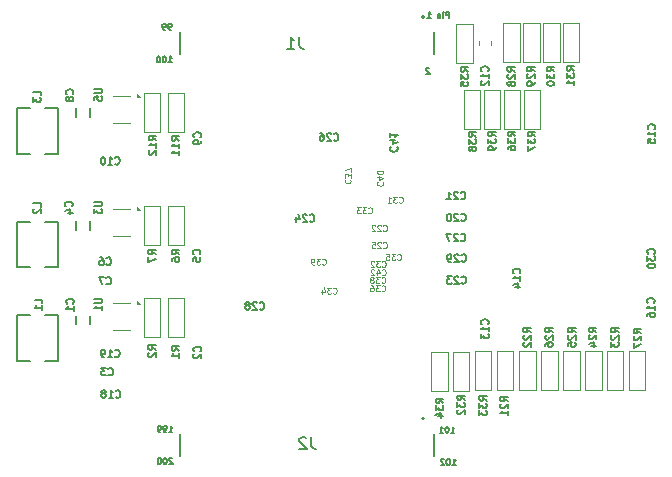
<source format=gbr>
%TF.GenerationSoftware,KiCad,Pcbnew,8.0.1*%
%TF.CreationDate,2024-12-16T22:11:12-05:00*%
%TF.ProjectId,cm,636d2e6b-6963-4616-945f-706362585858,rev?*%
%TF.SameCoordinates,Original*%
%TF.FileFunction,Legend,Bot*%
%TF.FilePolarity,Positive*%
%FSLAX46Y46*%
G04 Gerber Fmt 4.6, Leading zero omitted, Abs format (unit mm)*
G04 Created by KiCad (PCBNEW 8.0.1) date 2024-12-16 22:11:12*
%MOMM*%
%LPD*%
G01*
G04 APERTURE LIST*
%ADD10C,0.127000*%
%ADD11C,0.150000*%
%ADD12C,0.101600*%
%ADD13C,0.120000*%
%ADD14C,0.152400*%
%ADD15C,0.200000*%
G04 APERTURE END LIST*
D10*
X126922495Y-60154626D02*
X126922495Y-59646626D01*
X126922495Y-59646626D02*
X126728971Y-59646626D01*
X126728971Y-59646626D02*
X126680590Y-59670816D01*
X126680590Y-59670816D02*
X126656400Y-59695007D01*
X126656400Y-59695007D02*
X126632209Y-59743388D01*
X126632209Y-59743388D02*
X126632209Y-59815959D01*
X126632209Y-59815959D02*
X126656400Y-59864340D01*
X126656400Y-59864340D02*
X126680590Y-59888531D01*
X126680590Y-59888531D02*
X126728971Y-59912721D01*
X126728971Y-59912721D02*
X126922495Y-59912721D01*
X126414495Y-60154626D02*
X126414495Y-59815959D01*
X126414495Y-59646626D02*
X126438686Y-59670816D01*
X126438686Y-59670816D02*
X126414495Y-59695007D01*
X126414495Y-59695007D02*
X126390305Y-59670816D01*
X126390305Y-59670816D02*
X126414495Y-59646626D01*
X126414495Y-59646626D02*
X126414495Y-59695007D01*
X126172590Y-59815959D02*
X126172590Y-60154626D01*
X126172590Y-59864340D02*
X126148400Y-59840150D01*
X126148400Y-59840150D02*
X126100019Y-59815959D01*
X126100019Y-59815959D02*
X126027447Y-59815959D01*
X126027447Y-59815959D02*
X125979066Y-59840150D01*
X125979066Y-59840150D02*
X125954876Y-59888531D01*
X125954876Y-59888531D02*
X125954876Y-60154626D01*
X125059828Y-60154626D02*
X125350114Y-60154626D01*
X125204971Y-60154626D02*
X125204971Y-59646626D01*
X125204971Y-59646626D02*
X125253352Y-59719197D01*
X125253352Y-59719197D02*
X125301733Y-59767578D01*
X125301733Y-59767578D02*
X125350114Y-59791769D01*
X103361305Y-61141226D02*
X103264543Y-61141226D01*
X103264543Y-61141226D02*
X103216162Y-61117036D01*
X103216162Y-61117036D02*
X103191971Y-61092845D01*
X103191971Y-61092845D02*
X103143590Y-61020274D01*
X103143590Y-61020274D02*
X103119400Y-60923512D01*
X103119400Y-60923512D02*
X103119400Y-60729988D01*
X103119400Y-60729988D02*
X103143590Y-60681607D01*
X103143590Y-60681607D02*
X103167781Y-60657416D01*
X103167781Y-60657416D02*
X103216162Y-60633226D01*
X103216162Y-60633226D02*
X103312924Y-60633226D01*
X103312924Y-60633226D02*
X103361305Y-60657416D01*
X103361305Y-60657416D02*
X103385495Y-60681607D01*
X103385495Y-60681607D02*
X103409686Y-60729988D01*
X103409686Y-60729988D02*
X103409686Y-60850940D01*
X103409686Y-60850940D02*
X103385495Y-60899321D01*
X103385495Y-60899321D02*
X103361305Y-60923512D01*
X103361305Y-60923512D02*
X103312924Y-60947702D01*
X103312924Y-60947702D02*
X103216162Y-60947702D01*
X103216162Y-60947702D02*
X103167781Y-60923512D01*
X103167781Y-60923512D02*
X103143590Y-60899321D01*
X103143590Y-60899321D02*
X103119400Y-60850940D01*
X102877495Y-61141226D02*
X102780733Y-61141226D01*
X102780733Y-61141226D02*
X102732352Y-61117036D01*
X102732352Y-61117036D02*
X102708161Y-61092845D01*
X102708161Y-61092845D02*
X102659780Y-61020274D01*
X102659780Y-61020274D02*
X102635590Y-60923512D01*
X102635590Y-60923512D02*
X102635590Y-60729988D01*
X102635590Y-60729988D02*
X102659780Y-60681607D01*
X102659780Y-60681607D02*
X102683971Y-60657416D01*
X102683971Y-60657416D02*
X102732352Y-60633226D01*
X102732352Y-60633226D02*
X102829114Y-60633226D01*
X102829114Y-60633226D02*
X102877495Y-60657416D01*
X102877495Y-60657416D02*
X102901685Y-60681607D01*
X102901685Y-60681607D02*
X102925876Y-60729988D01*
X102925876Y-60729988D02*
X102925876Y-60850940D01*
X102925876Y-60850940D02*
X102901685Y-60899321D01*
X102901685Y-60899321D02*
X102877495Y-60923512D01*
X102877495Y-60923512D02*
X102829114Y-60947702D01*
X102829114Y-60947702D02*
X102732352Y-60947702D01*
X102732352Y-60947702D02*
X102683971Y-60923512D01*
X102683971Y-60923512D02*
X102659780Y-60899321D01*
X102659780Y-60899321D02*
X102635590Y-60850940D01*
X125244886Y-64419407D02*
X125220695Y-64395216D01*
X125220695Y-64395216D02*
X125172314Y-64371026D01*
X125172314Y-64371026D02*
X125051362Y-64371026D01*
X125051362Y-64371026D02*
X125002981Y-64395216D01*
X125002981Y-64395216D02*
X124978790Y-64419407D01*
X124978790Y-64419407D02*
X124954600Y-64467788D01*
X124954600Y-64467788D02*
X124954600Y-64516169D01*
X124954600Y-64516169D02*
X124978790Y-64588740D01*
X124978790Y-64588740D02*
X125269076Y-64879026D01*
X125269076Y-64879026D02*
X124954600Y-64879026D01*
X103189400Y-95181226D02*
X103479686Y-95181226D01*
X103334543Y-95181226D02*
X103334543Y-94673226D01*
X103334543Y-94673226D02*
X103382924Y-94745797D01*
X103382924Y-94745797D02*
X103431305Y-94794178D01*
X103431305Y-94794178D02*
X103479686Y-94818369D01*
X102947495Y-95181226D02*
X102850733Y-95181226D01*
X102850733Y-95181226D02*
X102802352Y-95157036D01*
X102802352Y-95157036D02*
X102778161Y-95132845D01*
X102778161Y-95132845D02*
X102729780Y-95060274D01*
X102729780Y-95060274D02*
X102705590Y-94963512D01*
X102705590Y-94963512D02*
X102705590Y-94769988D01*
X102705590Y-94769988D02*
X102729780Y-94721607D01*
X102729780Y-94721607D02*
X102753971Y-94697416D01*
X102753971Y-94697416D02*
X102802352Y-94673226D01*
X102802352Y-94673226D02*
X102899114Y-94673226D01*
X102899114Y-94673226D02*
X102947495Y-94697416D01*
X102947495Y-94697416D02*
X102971685Y-94721607D01*
X102971685Y-94721607D02*
X102995876Y-94769988D01*
X102995876Y-94769988D02*
X102995876Y-94890940D01*
X102995876Y-94890940D02*
X102971685Y-94939321D01*
X102971685Y-94939321D02*
X102947495Y-94963512D01*
X102947495Y-94963512D02*
X102899114Y-94987702D01*
X102899114Y-94987702D02*
X102802352Y-94987702D01*
X102802352Y-94987702D02*
X102753971Y-94963512D01*
X102753971Y-94963512D02*
X102729780Y-94939321D01*
X102729780Y-94939321D02*
X102705590Y-94890940D01*
X102463685Y-95181226D02*
X102366923Y-95181226D01*
X102366923Y-95181226D02*
X102318542Y-95157036D01*
X102318542Y-95157036D02*
X102294351Y-95132845D01*
X102294351Y-95132845D02*
X102245970Y-95060274D01*
X102245970Y-95060274D02*
X102221780Y-94963512D01*
X102221780Y-94963512D02*
X102221780Y-94769988D01*
X102221780Y-94769988D02*
X102245970Y-94721607D01*
X102245970Y-94721607D02*
X102270161Y-94697416D01*
X102270161Y-94697416D02*
X102318542Y-94673226D01*
X102318542Y-94673226D02*
X102415304Y-94673226D01*
X102415304Y-94673226D02*
X102463685Y-94697416D01*
X102463685Y-94697416D02*
X102487875Y-94721607D01*
X102487875Y-94721607D02*
X102512066Y-94769988D01*
X102512066Y-94769988D02*
X102512066Y-94890940D01*
X102512066Y-94890940D02*
X102487875Y-94939321D01*
X102487875Y-94939321D02*
X102463685Y-94963512D01*
X102463685Y-94963512D02*
X102415304Y-94987702D01*
X102415304Y-94987702D02*
X102318542Y-94987702D01*
X102318542Y-94987702D02*
X102270161Y-94963512D01*
X102270161Y-94963512D02*
X102245970Y-94939321D01*
X102245970Y-94939321D02*
X102221780Y-94890940D01*
X127169400Y-97981226D02*
X127459686Y-97981226D01*
X127314543Y-97981226D02*
X127314543Y-97473226D01*
X127314543Y-97473226D02*
X127362924Y-97545797D01*
X127362924Y-97545797D02*
X127411305Y-97594178D01*
X127411305Y-97594178D02*
X127459686Y-97618369D01*
X126854923Y-97473226D02*
X126806542Y-97473226D01*
X126806542Y-97473226D02*
X126758161Y-97497416D01*
X126758161Y-97497416D02*
X126733971Y-97521607D01*
X126733971Y-97521607D02*
X126709780Y-97569988D01*
X126709780Y-97569988D02*
X126685590Y-97666750D01*
X126685590Y-97666750D02*
X126685590Y-97787702D01*
X126685590Y-97787702D02*
X126709780Y-97884464D01*
X126709780Y-97884464D02*
X126733971Y-97932845D01*
X126733971Y-97932845D02*
X126758161Y-97957036D01*
X126758161Y-97957036D02*
X126806542Y-97981226D01*
X126806542Y-97981226D02*
X126854923Y-97981226D01*
X126854923Y-97981226D02*
X126903304Y-97957036D01*
X126903304Y-97957036D02*
X126927495Y-97932845D01*
X126927495Y-97932845D02*
X126951685Y-97884464D01*
X126951685Y-97884464D02*
X126975876Y-97787702D01*
X126975876Y-97787702D02*
X126975876Y-97666750D01*
X126975876Y-97666750D02*
X126951685Y-97569988D01*
X126951685Y-97569988D02*
X126927495Y-97521607D01*
X126927495Y-97521607D02*
X126903304Y-97497416D01*
X126903304Y-97497416D02*
X126854923Y-97473226D01*
X126492066Y-97521607D02*
X126467875Y-97497416D01*
X126467875Y-97497416D02*
X126419494Y-97473226D01*
X126419494Y-97473226D02*
X126298542Y-97473226D01*
X126298542Y-97473226D02*
X126250161Y-97497416D01*
X126250161Y-97497416D02*
X126225970Y-97521607D01*
X126225970Y-97521607D02*
X126201780Y-97569988D01*
X126201780Y-97569988D02*
X126201780Y-97618369D01*
X126201780Y-97618369D02*
X126225970Y-97690940D01*
X126225970Y-97690940D02*
X126516256Y-97981226D01*
X126516256Y-97981226D02*
X126201780Y-97981226D01*
X103489686Y-97431607D02*
X103465495Y-97407416D01*
X103465495Y-97407416D02*
X103417114Y-97383226D01*
X103417114Y-97383226D02*
X103296162Y-97383226D01*
X103296162Y-97383226D02*
X103247781Y-97407416D01*
X103247781Y-97407416D02*
X103223590Y-97431607D01*
X103223590Y-97431607D02*
X103199400Y-97479988D01*
X103199400Y-97479988D02*
X103199400Y-97528369D01*
X103199400Y-97528369D02*
X103223590Y-97600940D01*
X103223590Y-97600940D02*
X103513876Y-97891226D01*
X103513876Y-97891226D02*
X103199400Y-97891226D01*
X102884923Y-97383226D02*
X102836542Y-97383226D01*
X102836542Y-97383226D02*
X102788161Y-97407416D01*
X102788161Y-97407416D02*
X102763971Y-97431607D01*
X102763971Y-97431607D02*
X102739780Y-97479988D01*
X102739780Y-97479988D02*
X102715590Y-97576750D01*
X102715590Y-97576750D02*
X102715590Y-97697702D01*
X102715590Y-97697702D02*
X102739780Y-97794464D01*
X102739780Y-97794464D02*
X102763971Y-97842845D01*
X102763971Y-97842845D02*
X102788161Y-97867036D01*
X102788161Y-97867036D02*
X102836542Y-97891226D01*
X102836542Y-97891226D02*
X102884923Y-97891226D01*
X102884923Y-97891226D02*
X102933304Y-97867036D01*
X102933304Y-97867036D02*
X102957495Y-97842845D01*
X102957495Y-97842845D02*
X102981685Y-97794464D01*
X102981685Y-97794464D02*
X103005876Y-97697702D01*
X103005876Y-97697702D02*
X103005876Y-97576750D01*
X103005876Y-97576750D02*
X102981685Y-97479988D01*
X102981685Y-97479988D02*
X102957495Y-97431607D01*
X102957495Y-97431607D02*
X102933304Y-97407416D01*
X102933304Y-97407416D02*
X102884923Y-97383226D01*
X102401113Y-97383226D02*
X102352732Y-97383226D01*
X102352732Y-97383226D02*
X102304351Y-97407416D01*
X102304351Y-97407416D02*
X102280161Y-97431607D01*
X102280161Y-97431607D02*
X102255970Y-97479988D01*
X102255970Y-97479988D02*
X102231780Y-97576750D01*
X102231780Y-97576750D02*
X102231780Y-97697702D01*
X102231780Y-97697702D02*
X102255970Y-97794464D01*
X102255970Y-97794464D02*
X102280161Y-97842845D01*
X102280161Y-97842845D02*
X102304351Y-97867036D01*
X102304351Y-97867036D02*
X102352732Y-97891226D01*
X102352732Y-97891226D02*
X102401113Y-97891226D01*
X102401113Y-97891226D02*
X102449494Y-97867036D01*
X102449494Y-97867036D02*
X102473685Y-97842845D01*
X102473685Y-97842845D02*
X102497875Y-97794464D01*
X102497875Y-97794464D02*
X102522066Y-97697702D01*
X102522066Y-97697702D02*
X102522066Y-97576750D01*
X102522066Y-97576750D02*
X102497875Y-97479988D01*
X102497875Y-97479988D02*
X102473685Y-97431607D01*
X102473685Y-97431607D02*
X102449494Y-97407416D01*
X102449494Y-97407416D02*
X102401113Y-97383226D01*
X103139400Y-63901226D02*
X103429686Y-63901226D01*
X103284543Y-63901226D02*
X103284543Y-63393226D01*
X103284543Y-63393226D02*
X103332924Y-63465797D01*
X103332924Y-63465797D02*
X103381305Y-63514178D01*
X103381305Y-63514178D02*
X103429686Y-63538369D01*
X102824923Y-63393226D02*
X102776542Y-63393226D01*
X102776542Y-63393226D02*
X102728161Y-63417416D01*
X102728161Y-63417416D02*
X102703971Y-63441607D01*
X102703971Y-63441607D02*
X102679780Y-63489988D01*
X102679780Y-63489988D02*
X102655590Y-63586750D01*
X102655590Y-63586750D02*
X102655590Y-63707702D01*
X102655590Y-63707702D02*
X102679780Y-63804464D01*
X102679780Y-63804464D02*
X102703971Y-63852845D01*
X102703971Y-63852845D02*
X102728161Y-63877036D01*
X102728161Y-63877036D02*
X102776542Y-63901226D01*
X102776542Y-63901226D02*
X102824923Y-63901226D01*
X102824923Y-63901226D02*
X102873304Y-63877036D01*
X102873304Y-63877036D02*
X102897495Y-63852845D01*
X102897495Y-63852845D02*
X102921685Y-63804464D01*
X102921685Y-63804464D02*
X102945876Y-63707702D01*
X102945876Y-63707702D02*
X102945876Y-63586750D01*
X102945876Y-63586750D02*
X102921685Y-63489988D01*
X102921685Y-63489988D02*
X102897495Y-63441607D01*
X102897495Y-63441607D02*
X102873304Y-63417416D01*
X102873304Y-63417416D02*
X102824923Y-63393226D01*
X102341113Y-63393226D02*
X102292732Y-63393226D01*
X102292732Y-63393226D02*
X102244351Y-63417416D01*
X102244351Y-63417416D02*
X102220161Y-63441607D01*
X102220161Y-63441607D02*
X102195970Y-63489988D01*
X102195970Y-63489988D02*
X102171780Y-63586750D01*
X102171780Y-63586750D02*
X102171780Y-63707702D01*
X102171780Y-63707702D02*
X102195970Y-63804464D01*
X102195970Y-63804464D02*
X102220161Y-63852845D01*
X102220161Y-63852845D02*
X102244351Y-63877036D01*
X102244351Y-63877036D02*
X102292732Y-63901226D01*
X102292732Y-63901226D02*
X102341113Y-63901226D01*
X102341113Y-63901226D02*
X102389494Y-63877036D01*
X102389494Y-63877036D02*
X102413685Y-63852845D01*
X102413685Y-63852845D02*
X102437875Y-63804464D01*
X102437875Y-63804464D02*
X102462066Y-63707702D01*
X102462066Y-63707702D02*
X102462066Y-63586750D01*
X102462066Y-63586750D02*
X102437875Y-63489988D01*
X102437875Y-63489988D02*
X102413685Y-63441607D01*
X102413685Y-63441607D02*
X102389494Y-63417416D01*
X102389494Y-63417416D02*
X102341113Y-63393226D01*
X127069400Y-95261226D02*
X127359686Y-95261226D01*
X127214543Y-95261226D02*
X127214543Y-94753226D01*
X127214543Y-94753226D02*
X127262924Y-94825797D01*
X127262924Y-94825797D02*
X127311305Y-94874178D01*
X127311305Y-94874178D02*
X127359686Y-94898369D01*
X126754923Y-94753226D02*
X126706542Y-94753226D01*
X126706542Y-94753226D02*
X126658161Y-94777416D01*
X126658161Y-94777416D02*
X126633971Y-94801607D01*
X126633971Y-94801607D02*
X126609780Y-94849988D01*
X126609780Y-94849988D02*
X126585590Y-94946750D01*
X126585590Y-94946750D02*
X126585590Y-95067702D01*
X126585590Y-95067702D02*
X126609780Y-95164464D01*
X126609780Y-95164464D02*
X126633971Y-95212845D01*
X126633971Y-95212845D02*
X126658161Y-95237036D01*
X126658161Y-95237036D02*
X126706542Y-95261226D01*
X126706542Y-95261226D02*
X126754923Y-95261226D01*
X126754923Y-95261226D02*
X126803304Y-95237036D01*
X126803304Y-95237036D02*
X126827495Y-95212845D01*
X126827495Y-95212845D02*
X126851685Y-95164464D01*
X126851685Y-95164464D02*
X126875876Y-95067702D01*
X126875876Y-95067702D02*
X126875876Y-94946750D01*
X126875876Y-94946750D02*
X126851685Y-94849988D01*
X126851685Y-94849988D02*
X126827495Y-94801607D01*
X126827495Y-94801607D02*
X126803304Y-94777416D01*
X126803304Y-94777416D02*
X126754923Y-94753226D01*
X126101780Y-95261226D02*
X126392066Y-95261226D01*
X126246923Y-95261226D02*
X126246923Y-94753226D01*
X126246923Y-94753226D02*
X126295304Y-94825797D01*
X126295304Y-94825797D02*
X126343685Y-94874178D01*
X126343685Y-94874178D02*
X126392066Y-94898369D01*
X135680559Y-86764585D02*
X135378178Y-86552918D01*
X135680559Y-86401728D02*
X135045559Y-86401728D01*
X135045559Y-86401728D02*
X135045559Y-86643633D01*
X135045559Y-86643633D02*
X135075797Y-86704109D01*
X135075797Y-86704109D02*
X135106035Y-86734347D01*
X135106035Y-86734347D02*
X135166511Y-86764585D01*
X135166511Y-86764585D02*
X135257225Y-86764585D01*
X135257225Y-86764585D02*
X135317701Y-86734347D01*
X135317701Y-86734347D02*
X135347940Y-86704109D01*
X135347940Y-86704109D02*
X135378178Y-86643633D01*
X135378178Y-86643633D02*
X135378178Y-86401728D01*
X135106035Y-87006490D02*
X135075797Y-87036728D01*
X135075797Y-87036728D02*
X135045559Y-87097204D01*
X135045559Y-87097204D02*
X135045559Y-87248395D01*
X135045559Y-87248395D02*
X135075797Y-87308871D01*
X135075797Y-87308871D02*
X135106035Y-87339109D01*
X135106035Y-87339109D02*
X135166511Y-87369347D01*
X135166511Y-87369347D02*
X135226987Y-87369347D01*
X135226987Y-87369347D02*
X135317701Y-87339109D01*
X135317701Y-87339109D02*
X135680559Y-86976252D01*
X135680559Y-86976252D02*
X135680559Y-87369347D01*
X135045559Y-87913633D02*
X135045559Y-87792680D01*
X135045559Y-87792680D02*
X135075797Y-87732204D01*
X135075797Y-87732204D02*
X135106035Y-87701966D01*
X135106035Y-87701966D02*
X135196749Y-87641490D01*
X135196749Y-87641490D02*
X135317701Y-87611252D01*
X135317701Y-87611252D02*
X135559606Y-87611252D01*
X135559606Y-87611252D02*
X135620082Y-87641490D01*
X135620082Y-87641490D02*
X135650321Y-87671728D01*
X135650321Y-87671728D02*
X135680559Y-87732204D01*
X135680559Y-87732204D02*
X135680559Y-87853157D01*
X135680559Y-87853157D02*
X135650321Y-87913633D01*
X135650321Y-87913633D02*
X135620082Y-87943871D01*
X135620082Y-87943871D02*
X135559606Y-87974109D01*
X135559606Y-87974109D02*
X135408416Y-87974109D01*
X135408416Y-87974109D02*
X135347940Y-87943871D01*
X135347940Y-87943871D02*
X135317701Y-87913633D01*
X135317701Y-87913633D02*
X135287463Y-87853157D01*
X135287463Y-87853157D02*
X135287463Y-87732204D01*
X135287463Y-87732204D02*
X135317701Y-87671728D01*
X135317701Y-87671728D02*
X135347940Y-87641490D01*
X135347940Y-87641490D02*
X135408416Y-87611252D01*
X127938214Y-82576682D02*
X127968452Y-82606921D01*
X127968452Y-82606921D02*
X128059166Y-82637159D01*
X128059166Y-82637159D02*
X128119642Y-82637159D01*
X128119642Y-82637159D02*
X128210357Y-82606921D01*
X128210357Y-82606921D02*
X128270833Y-82546444D01*
X128270833Y-82546444D02*
X128301071Y-82485968D01*
X128301071Y-82485968D02*
X128331309Y-82365016D01*
X128331309Y-82365016D02*
X128331309Y-82274301D01*
X128331309Y-82274301D02*
X128301071Y-82153349D01*
X128301071Y-82153349D02*
X128270833Y-82092873D01*
X128270833Y-82092873D02*
X128210357Y-82032397D01*
X128210357Y-82032397D02*
X128119642Y-82002159D01*
X128119642Y-82002159D02*
X128059166Y-82002159D01*
X128059166Y-82002159D02*
X127968452Y-82032397D01*
X127968452Y-82032397D02*
X127938214Y-82062635D01*
X127696309Y-82062635D02*
X127666071Y-82032397D01*
X127666071Y-82032397D02*
X127605595Y-82002159D01*
X127605595Y-82002159D02*
X127454404Y-82002159D01*
X127454404Y-82002159D02*
X127393928Y-82032397D01*
X127393928Y-82032397D02*
X127363690Y-82062635D01*
X127363690Y-82062635D02*
X127333452Y-82123111D01*
X127333452Y-82123111D02*
X127333452Y-82183587D01*
X127333452Y-82183587D02*
X127363690Y-82274301D01*
X127363690Y-82274301D02*
X127726547Y-82637159D01*
X127726547Y-82637159D02*
X127333452Y-82637159D01*
X127121785Y-82002159D02*
X126728690Y-82002159D01*
X126728690Y-82002159D02*
X126940357Y-82244063D01*
X126940357Y-82244063D02*
X126849642Y-82244063D01*
X126849642Y-82244063D02*
X126789166Y-82274301D01*
X126789166Y-82274301D02*
X126758928Y-82304540D01*
X126758928Y-82304540D02*
X126728690Y-82365016D01*
X126728690Y-82365016D02*
X126728690Y-82516206D01*
X126728690Y-82516206D02*
X126758928Y-82576682D01*
X126758928Y-82576682D02*
X126789166Y-82606921D01*
X126789166Y-82606921D02*
X126849642Y-82637159D01*
X126849642Y-82637159D02*
X127031071Y-82637159D01*
X127031071Y-82637159D02*
X127091547Y-82606921D01*
X127091547Y-82606921D02*
X127121785Y-82576682D01*
X139385259Y-86739185D02*
X139082878Y-86527518D01*
X139385259Y-86376328D02*
X138750259Y-86376328D01*
X138750259Y-86376328D02*
X138750259Y-86618233D01*
X138750259Y-86618233D02*
X138780497Y-86678709D01*
X138780497Y-86678709D02*
X138810735Y-86708947D01*
X138810735Y-86708947D02*
X138871211Y-86739185D01*
X138871211Y-86739185D02*
X138961925Y-86739185D01*
X138961925Y-86739185D02*
X139022401Y-86708947D01*
X139022401Y-86708947D02*
X139052640Y-86678709D01*
X139052640Y-86678709D02*
X139082878Y-86618233D01*
X139082878Y-86618233D02*
X139082878Y-86376328D01*
X138810735Y-86981090D02*
X138780497Y-87011328D01*
X138780497Y-87011328D02*
X138750259Y-87071804D01*
X138750259Y-87071804D02*
X138750259Y-87222995D01*
X138750259Y-87222995D02*
X138780497Y-87283471D01*
X138780497Y-87283471D02*
X138810735Y-87313709D01*
X138810735Y-87313709D02*
X138871211Y-87343947D01*
X138871211Y-87343947D02*
X138931687Y-87343947D01*
X138931687Y-87343947D02*
X139022401Y-87313709D01*
X139022401Y-87313709D02*
X139385259Y-86950852D01*
X139385259Y-86950852D02*
X139385259Y-87343947D01*
X138961925Y-87888233D02*
X139385259Y-87888233D01*
X138720021Y-87737042D02*
X139173592Y-87585852D01*
X139173592Y-87585852D02*
X139173592Y-87978947D01*
D11*
X144243486Y-84249985D02*
X144273725Y-84219747D01*
X144273725Y-84219747D02*
X144303963Y-84129033D01*
X144303963Y-84129033D02*
X144303963Y-84068557D01*
X144303963Y-84068557D02*
X144273725Y-83977842D01*
X144273725Y-83977842D02*
X144213248Y-83917366D01*
X144213248Y-83917366D02*
X144152772Y-83887128D01*
X144152772Y-83887128D02*
X144031820Y-83856890D01*
X144031820Y-83856890D02*
X143941105Y-83856890D01*
X143941105Y-83856890D02*
X143820153Y-83887128D01*
X143820153Y-83887128D02*
X143759677Y-83917366D01*
X143759677Y-83917366D02*
X143699201Y-83977842D01*
X143699201Y-83977842D02*
X143668963Y-84068557D01*
X143668963Y-84068557D02*
X143668963Y-84129033D01*
X143668963Y-84129033D02*
X143699201Y-84219747D01*
X143699201Y-84219747D02*
X143729439Y-84249985D01*
X144303963Y-84854747D02*
X144303963Y-84491890D01*
X144303963Y-84673318D02*
X143668963Y-84673318D01*
X143668963Y-84673318D02*
X143759677Y-84612842D01*
X143759677Y-84612842D02*
X143820153Y-84552366D01*
X143820153Y-84552366D02*
X143850391Y-84491890D01*
X143668963Y-85399033D02*
X143668963Y-85278080D01*
X143668963Y-85278080D02*
X143699201Y-85217604D01*
X143699201Y-85217604D02*
X143729439Y-85187366D01*
X143729439Y-85187366D02*
X143820153Y-85126890D01*
X143820153Y-85126890D02*
X143941105Y-85096652D01*
X143941105Y-85096652D02*
X144183010Y-85096652D01*
X144183010Y-85096652D02*
X144243486Y-85126890D01*
X144243486Y-85126890D02*
X144273725Y-85157128D01*
X144273725Y-85157128D02*
X144303963Y-85217604D01*
X144303963Y-85217604D02*
X144303963Y-85338557D01*
X144303963Y-85338557D02*
X144273725Y-85399033D01*
X144273725Y-85399033D02*
X144243486Y-85429271D01*
X144243486Y-85429271D02*
X144183010Y-85459509D01*
X144183010Y-85459509D02*
X144031820Y-85459509D01*
X144031820Y-85459509D02*
X143971344Y-85429271D01*
X143971344Y-85429271D02*
X143941105Y-85399033D01*
X143941105Y-85399033D02*
X143910867Y-85338557D01*
X143910867Y-85338557D02*
X143910867Y-85217604D01*
X143910867Y-85217604D02*
X143941105Y-85157128D01*
X143941105Y-85157128D02*
X143971344Y-85126890D01*
X143971344Y-85126890D02*
X144031820Y-85096652D01*
D10*
X141257159Y-86764585D02*
X140954778Y-86552918D01*
X141257159Y-86401728D02*
X140622159Y-86401728D01*
X140622159Y-86401728D02*
X140622159Y-86643633D01*
X140622159Y-86643633D02*
X140652397Y-86704109D01*
X140652397Y-86704109D02*
X140682635Y-86734347D01*
X140682635Y-86734347D02*
X140743111Y-86764585D01*
X140743111Y-86764585D02*
X140833825Y-86764585D01*
X140833825Y-86764585D02*
X140894301Y-86734347D01*
X140894301Y-86734347D02*
X140924540Y-86704109D01*
X140924540Y-86704109D02*
X140954778Y-86643633D01*
X140954778Y-86643633D02*
X140954778Y-86401728D01*
X140682635Y-87006490D02*
X140652397Y-87036728D01*
X140652397Y-87036728D02*
X140622159Y-87097204D01*
X140622159Y-87097204D02*
X140622159Y-87248395D01*
X140622159Y-87248395D02*
X140652397Y-87308871D01*
X140652397Y-87308871D02*
X140682635Y-87339109D01*
X140682635Y-87339109D02*
X140743111Y-87369347D01*
X140743111Y-87369347D02*
X140803587Y-87369347D01*
X140803587Y-87369347D02*
X140894301Y-87339109D01*
X140894301Y-87339109D02*
X141257159Y-86976252D01*
X141257159Y-86976252D02*
X141257159Y-87369347D01*
X140622159Y-87581014D02*
X140622159Y-87974109D01*
X140622159Y-87974109D02*
X140864063Y-87762442D01*
X140864063Y-87762442D02*
X140864063Y-87853157D01*
X140864063Y-87853157D02*
X140894301Y-87913633D01*
X140894301Y-87913633D02*
X140924540Y-87943871D01*
X140924540Y-87943871D02*
X140985016Y-87974109D01*
X140985016Y-87974109D02*
X141136206Y-87974109D01*
X141136206Y-87974109D02*
X141196682Y-87943871D01*
X141196682Y-87943871D02*
X141226921Y-87913633D01*
X141226921Y-87913633D02*
X141257159Y-87853157D01*
X141257159Y-87853157D02*
X141257159Y-87671728D01*
X141257159Y-87671728D02*
X141226921Y-87611252D01*
X141226921Y-87611252D02*
X141196682Y-87581014D01*
X127958214Y-80726682D02*
X127988452Y-80756921D01*
X127988452Y-80756921D02*
X128079166Y-80787159D01*
X128079166Y-80787159D02*
X128139642Y-80787159D01*
X128139642Y-80787159D02*
X128230357Y-80756921D01*
X128230357Y-80756921D02*
X128290833Y-80696444D01*
X128290833Y-80696444D02*
X128321071Y-80635968D01*
X128321071Y-80635968D02*
X128351309Y-80515016D01*
X128351309Y-80515016D02*
X128351309Y-80424301D01*
X128351309Y-80424301D02*
X128321071Y-80303349D01*
X128321071Y-80303349D02*
X128290833Y-80242873D01*
X128290833Y-80242873D02*
X128230357Y-80182397D01*
X128230357Y-80182397D02*
X128139642Y-80152159D01*
X128139642Y-80152159D02*
X128079166Y-80152159D01*
X128079166Y-80152159D02*
X127988452Y-80182397D01*
X127988452Y-80182397D02*
X127958214Y-80212635D01*
X127716309Y-80212635D02*
X127686071Y-80182397D01*
X127686071Y-80182397D02*
X127625595Y-80152159D01*
X127625595Y-80152159D02*
X127474404Y-80152159D01*
X127474404Y-80152159D02*
X127413928Y-80182397D01*
X127413928Y-80182397D02*
X127383690Y-80212635D01*
X127383690Y-80212635D02*
X127353452Y-80273111D01*
X127353452Y-80273111D02*
X127353452Y-80333587D01*
X127353452Y-80333587D02*
X127383690Y-80424301D01*
X127383690Y-80424301D02*
X127746547Y-80787159D01*
X127746547Y-80787159D02*
X127353452Y-80787159D01*
X127051071Y-80787159D02*
X126930119Y-80787159D01*
X126930119Y-80787159D02*
X126869642Y-80756921D01*
X126869642Y-80756921D02*
X126839404Y-80726682D01*
X126839404Y-80726682D02*
X126778928Y-80635968D01*
X126778928Y-80635968D02*
X126748690Y-80515016D01*
X126748690Y-80515016D02*
X126748690Y-80273111D01*
X126748690Y-80273111D02*
X126778928Y-80212635D01*
X126778928Y-80212635D02*
X126809166Y-80182397D01*
X126809166Y-80182397D02*
X126869642Y-80152159D01*
X126869642Y-80152159D02*
X126990595Y-80152159D01*
X126990595Y-80152159D02*
X127051071Y-80182397D01*
X127051071Y-80182397D02*
X127081309Y-80212635D01*
X127081309Y-80212635D02*
X127111547Y-80273111D01*
X127111547Y-80273111D02*
X127111547Y-80424301D01*
X127111547Y-80424301D02*
X127081309Y-80484778D01*
X127081309Y-80484778D02*
X127051071Y-80515016D01*
X127051071Y-80515016D02*
X126990595Y-80545254D01*
X126990595Y-80545254D02*
X126869642Y-80545254D01*
X126869642Y-80545254D02*
X126809166Y-80515016D01*
X126809166Y-80515016D02*
X126778928Y-80484778D01*
X126778928Y-80484778D02*
X126748690Y-80424301D01*
D11*
X95065486Y-84324166D02*
X95095725Y-84293928D01*
X95095725Y-84293928D02*
X95125963Y-84203214D01*
X95125963Y-84203214D02*
X95125963Y-84142738D01*
X95125963Y-84142738D02*
X95095725Y-84052023D01*
X95095725Y-84052023D02*
X95035248Y-83991547D01*
X95035248Y-83991547D02*
X94974772Y-83961309D01*
X94974772Y-83961309D02*
X94853820Y-83931071D01*
X94853820Y-83931071D02*
X94763105Y-83931071D01*
X94763105Y-83931071D02*
X94642153Y-83961309D01*
X94642153Y-83961309D02*
X94581677Y-83991547D01*
X94581677Y-83991547D02*
X94521201Y-84052023D01*
X94521201Y-84052023D02*
X94490963Y-84142738D01*
X94490963Y-84142738D02*
X94490963Y-84203214D01*
X94490963Y-84203214D02*
X94521201Y-84293928D01*
X94521201Y-84293928D02*
X94551439Y-84324166D01*
X95125963Y-84928928D02*
X95125963Y-84566071D01*
X95125963Y-84747499D02*
X94490963Y-84747499D01*
X94490963Y-84747499D02*
X94581677Y-84687023D01*
X94581677Y-84687023D02*
X94642153Y-84626547D01*
X94642153Y-84626547D02*
X94672391Y-84566071D01*
X94967486Y-76094166D02*
X94997725Y-76063928D01*
X94997725Y-76063928D02*
X95027963Y-75973214D01*
X95027963Y-75973214D02*
X95027963Y-75912738D01*
X95027963Y-75912738D02*
X94997725Y-75822023D01*
X94997725Y-75822023D02*
X94937248Y-75761547D01*
X94937248Y-75761547D02*
X94876772Y-75731309D01*
X94876772Y-75731309D02*
X94755820Y-75701071D01*
X94755820Y-75701071D02*
X94665105Y-75701071D01*
X94665105Y-75701071D02*
X94544153Y-75731309D01*
X94544153Y-75731309D02*
X94483677Y-75761547D01*
X94483677Y-75761547D02*
X94423201Y-75822023D01*
X94423201Y-75822023D02*
X94392963Y-75912738D01*
X94392963Y-75912738D02*
X94392963Y-75973214D01*
X94392963Y-75973214D02*
X94423201Y-76063928D01*
X94423201Y-76063928D02*
X94453439Y-76094166D01*
X94604629Y-76638452D02*
X95027963Y-76638452D01*
X94362725Y-76487261D02*
X94816296Y-76336071D01*
X94816296Y-76336071D02*
X94816296Y-76729166D01*
D12*
X121197171Y-83231345D02*
X121221362Y-83255536D01*
X121221362Y-83255536D02*
X121293933Y-83279726D01*
X121293933Y-83279726D02*
X121342314Y-83279726D01*
X121342314Y-83279726D02*
X121414886Y-83255536D01*
X121414886Y-83255536D02*
X121463267Y-83207155D01*
X121463267Y-83207155D02*
X121487457Y-83158774D01*
X121487457Y-83158774D02*
X121511648Y-83062012D01*
X121511648Y-83062012D02*
X121511648Y-82989440D01*
X121511648Y-82989440D02*
X121487457Y-82892678D01*
X121487457Y-82892678D02*
X121463267Y-82844297D01*
X121463267Y-82844297D02*
X121414886Y-82795916D01*
X121414886Y-82795916D02*
X121342314Y-82771726D01*
X121342314Y-82771726D02*
X121293933Y-82771726D01*
X121293933Y-82771726D02*
X121221362Y-82795916D01*
X121221362Y-82795916D02*
X121197171Y-82820107D01*
X121027838Y-82771726D02*
X120713362Y-82771726D01*
X120713362Y-82771726D02*
X120882695Y-82965250D01*
X120882695Y-82965250D02*
X120810124Y-82965250D01*
X120810124Y-82965250D02*
X120761743Y-82989440D01*
X120761743Y-82989440D02*
X120737552Y-83013631D01*
X120737552Y-83013631D02*
X120713362Y-83062012D01*
X120713362Y-83062012D02*
X120713362Y-83182964D01*
X120713362Y-83182964D02*
X120737552Y-83231345D01*
X120737552Y-83231345D02*
X120761743Y-83255536D01*
X120761743Y-83255536D02*
X120810124Y-83279726D01*
X120810124Y-83279726D02*
X120955267Y-83279726D01*
X120955267Y-83279726D02*
X121003648Y-83255536D01*
X121003648Y-83255536D02*
X121027838Y-83231345D01*
X120277933Y-82771726D02*
X120374695Y-82771726D01*
X120374695Y-82771726D02*
X120423076Y-82795916D01*
X120423076Y-82795916D02*
X120447266Y-82820107D01*
X120447266Y-82820107D02*
X120495647Y-82892678D01*
X120495647Y-82892678D02*
X120519838Y-82989440D01*
X120519838Y-82989440D02*
X120519838Y-83182964D01*
X120519838Y-83182964D02*
X120495647Y-83231345D01*
X120495647Y-83231345D02*
X120471457Y-83255536D01*
X120471457Y-83255536D02*
X120423076Y-83279726D01*
X120423076Y-83279726D02*
X120326314Y-83279726D01*
X120326314Y-83279726D02*
X120277933Y-83255536D01*
X120277933Y-83255536D02*
X120253742Y-83231345D01*
X120253742Y-83231345D02*
X120229552Y-83182964D01*
X120229552Y-83182964D02*
X120229552Y-83062012D01*
X120229552Y-83062012D02*
X120253742Y-83013631D01*
X120253742Y-83013631D02*
X120277933Y-82989440D01*
X120277933Y-82989440D02*
X120326314Y-82965250D01*
X120326314Y-82965250D02*
X120423076Y-82965250D01*
X120423076Y-82965250D02*
X120471457Y-82989440D01*
X120471457Y-82989440D02*
X120495647Y-83013631D01*
X120495647Y-83013631D02*
X120519838Y-83062012D01*
X120076571Y-76631345D02*
X120100762Y-76655536D01*
X120100762Y-76655536D02*
X120173333Y-76679726D01*
X120173333Y-76679726D02*
X120221714Y-76679726D01*
X120221714Y-76679726D02*
X120294286Y-76655536D01*
X120294286Y-76655536D02*
X120342667Y-76607155D01*
X120342667Y-76607155D02*
X120366857Y-76558774D01*
X120366857Y-76558774D02*
X120391048Y-76462012D01*
X120391048Y-76462012D02*
X120391048Y-76389440D01*
X120391048Y-76389440D02*
X120366857Y-76292678D01*
X120366857Y-76292678D02*
X120342667Y-76244297D01*
X120342667Y-76244297D02*
X120294286Y-76195916D01*
X120294286Y-76195916D02*
X120221714Y-76171726D01*
X120221714Y-76171726D02*
X120173333Y-76171726D01*
X120173333Y-76171726D02*
X120100762Y-76195916D01*
X120100762Y-76195916D02*
X120076571Y-76220107D01*
X119907238Y-76171726D02*
X119592762Y-76171726D01*
X119592762Y-76171726D02*
X119762095Y-76365250D01*
X119762095Y-76365250D02*
X119689524Y-76365250D01*
X119689524Y-76365250D02*
X119641143Y-76389440D01*
X119641143Y-76389440D02*
X119616952Y-76413631D01*
X119616952Y-76413631D02*
X119592762Y-76462012D01*
X119592762Y-76462012D02*
X119592762Y-76582964D01*
X119592762Y-76582964D02*
X119616952Y-76631345D01*
X119616952Y-76631345D02*
X119641143Y-76655536D01*
X119641143Y-76655536D02*
X119689524Y-76679726D01*
X119689524Y-76679726D02*
X119834667Y-76679726D01*
X119834667Y-76679726D02*
X119883048Y-76655536D01*
X119883048Y-76655536D02*
X119907238Y-76631345D01*
X119423428Y-76171726D02*
X119108952Y-76171726D01*
X119108952Y-76171726D02*
X119278285Y-76365250D01*
X119278285Y-76365250D02*
X119205714Y-76365250D01*
X119205714Y-76365250D02*
X119157333Y-76389440D01*
X119157333Y-76389440D02*
X119133142Y-76413631D01*
X119133142Y-76413631D02*
X119108952Y-76462012D01*
X119108952Y-76462012D02*
X119108952Y-76582964D01*
X119108952Y-76582964D02*
X119133142Y-76631345D01*
X119133142Y-76631345D02*
X119157333Y-76655536D01*
X119157333Y-76655536D02*
X119205714Y-76679726D01*
X119205714Y-76679726D02*
X119350857Y-76679726D01*
X119350857Y-76679726D02*
X119399238Y-76655536D01*
X119399238Y-76655536D02*
X119423428Y-76631345D01*
D10*
X137500359Y-64604385D02*
X137197978Y-64392718D01*
X137500359Y-64241528D02*
X136865359Y-64241528D01*
X136865359Y-64241528D02*
X136865359Y-64483433D01*
X136865359Y-64483433D02*
X136895597Y-64543909D01*
X136895597Y-64543909D02*
X136925835Y-64574147D01*
X136925835Y-64574147D02*
X136986311Y-64604385D01*
X136986311Y-64604385D02*
X137077025Y-64604385D01*
X137077025Y-64604385D02*
X137137501Y-64574147D01*
X137137501Y-64574147D02*
X137167740Y-64543909D01*
X137167740Y-64543909D02*
X137197978Y-64483433D01*
X137197978Y-64483433D02*
X137197978Y-64241528D01*
X136865359Y-64816052D02*
X136865359Y-65209147D01*
X136865359Y-65209147D02*
X137107263Y-64997480D01*
X137107263Y-64997480D02*
X137107263Y-65088195D01*
X137107263Y-65088195D02*
X137137501Y-65148671D01*
X137137501Y-65148671D02*
X137167740Y-65178909D01*
X137167740Y-65178909D02*
X137228216Y-65209147D01*
X137228216Y-65209147D02*
X137379406Y-65209147D01*
X137379406Y-65209147D02*
X137439882Y-65178909D01*
X137439882Y-65178909D02*
X137470121Y-65148671D01*
X137470121Y-65148671D02*
X137500359Y-65088195D01*
X137500359Y-65088195D02*
X137500359Y-64906766D01*
X137500359Y-64906766D02*
X137470121Y-64846290D01*
X137470121Y-64846290D02*
X137439882Y-64816052D01*
X137500359Y-65813909D02*
X137500359Y-65451052D01*
X137500359Y-65632480D02*
X136865359Y-65632480D01*
X136865359Y-65632480D02*
X136956073Y-65572004D01*
X136956073Y-65572004D02*
X137016549Y-65511528D01*
X137016549Y-65511528D02*
X137046787Y-65451052D01*
X110858214Y-84776682D02*
X110888452Y-84806921D01*
X110888452Y-84806921D02*
X110979166Y-84837159D01*
X110979166Y-84837159D02*
X111039642Y-84837159D01*
X111039642Y-84837159D02*
X111130357Y-84806921D01*
X111130357Y-84806921D02*
X111190833Y-84746444D01*
X111190833Y-84746444D02*
X111221071Y-84685968D01*
X111221071Y-84685968D02*
X111251309Y-84565016D01*
X111251309Y-84565016D02*
X111251309Y-84474301D01*
X111251309Y-84474301D02*
X111221071Y-84353349D01*
X111221071Y-84353349D02*
X111190833Y-84292873D01*
X111190833Y-84292873D02*
X111130357Y-84232397D01*
X111130357Y-84232397D02*
X111039642Y-84202159D01*
X111039642Y-84202159D02*
X110979166Y-84202159D01*
X110979166Y-84202159D02*
X110888452Y-84232397D01*
X110888452Y-84232397D02*
X110858214Y-84262635D01*
X110616309Y-84262635D02*
X110586071Y-84232397D01*
X110586071Y-84232397D02*
X110525595Y-84202159D01*
X110525595Y-84202159D02*
X110374404Y-84202159D01*
X110374404Y-84202159D02*
X110313928Y-84232397D01*
X110313928Y-84232397D02*
X110283690Y-84262635D01*
X110283690Y-84262635D02*
X110253452Y-84323111D01*
X110253452Y-84323111D02*
X110253452Y-84383587D01*
X110253452Y-84383587D02*
X110283690Y-84474301D01*
X110283690Y-84474301D02*
X110646547Y-84837159D01*
X110646547Y-84837159D02*
X110253452Y-84837159D01*
X109890595Y-84474301D02*
X109951071Y-84444063D01*
X109951071Y-84444063D02*
X109981309Y-84413825D01*
X109981309Y-84413825D02*
X110011547Y-84353349D01*
X110011547Y-84353349D02*
X110011547Y-84323111D01*
X110011547Y-84323111D02*
X109981309Y-84262635D01*
X109981309Y-84262635D02*
X109951071Y-84232397D01*
X109951071Y-84232397D02*
X109890595Y-84202159D01*
X109890595Y-84202159D02*
X109769642Y-84202159D01*
X109769642Y-84202159D02*
X109709166Y-84232397D01*
X109709166Y-84232397D02*
X109678928Y-84262635D01*
X109678928Y-84262635D02*
X109648690Y-84323111D01*
X109648690Y-84323111D02*
X109648690Y-84353349D01*
X109648690Y-84353349D02*
X109678928Y-84413825D01*
X109678928Y-84413825D02*
X109709166Y-84444063D01*
X109709166Y-84444063D02*
X109769642Y-84474301D01*
X109769642Y-84474301D02*
X109890595Y-84474301D01*
X109890595Y-84474301D02*
X109951071Y-84504540D01*
X109951071Y-84504540D02*
X109981309Y-84534778D01*
X109981309Y-84534778D02*
X110011547Y-84595254D01*
X110011547Y-84595254D02*
X110011547Y-84716206D01*
X110011547Y-84716206D02*
X109981309Y-84776682D01*
X109981309Y-84776682D02*
X109951071Y-84806921D01*
X109951071Y-84806921D02*
X109890595Y-84837159D01*
X109890595Y-84837159D02*
X109769642Y-84837159D01*
X109769642Y-84837159D02*
X109709166Y-84806921D01*
X109709166Y-84806921D02*
X109678928Y-84776682D01*
X109678928Y-84776682D02*
X109648690Y-84716206D01*
X109648690Y-84716206D02*
X109648690Y-84595254D01*
X109648690Y-84595254D02*
X109678928Y-84534778D01*
X109678928Y-84534778D02*
X109709166Y-84504540D01*
X109709166Y-84504540D02*
X109769642Y-84474301D01*
X130106559Y-92553185D02*
X129804178Y-92341518D01*
X130106559Y-92190328D02*
X129471559Y-92190328D01*
X129471559Y-92190328D02*
X129471559Y-92432233D01*
X129471559Y-92432233D02*
X129501797Y-92492709D01*
X129501797Y-92492709D02*
X129532035Y-92522947D01*
X129532035Y-92522947D02*
X129592511Y-92553185D01*
X129592511Y-92553185D02*
X129683225Y-92553185D01*
X129683225Y-92553185D02*
X129743701Y-92522947D01*
X129743701Y-92522947D02*
X129773940Y-92492709D01*
X129773940Y-92492709D02*
X129804178Y-92432233D01*
X129804178Y-92432233D02*
X129804178Y-92190328D01*
X129471559Y-92764852D02*
X129471559Y-93157947D01*
X129471559Y-93157947D02*
X129713463Y-92946280D01*
X129713463Y-92946280D02*
X129713463Y-93036995D01*
X129713463Y-93036995D02*
X129743701Y-93097471D01*
X129743701Y-93097471D02*
X129773940Y-93127709D01*
X129773940Y-93127709D02*
X129834416Y-93157947D01*
X129834416Y-93157947D02*
X129985606Y-93157947D01*
X129985606Y-93157947D02*
X130046082Y-93127709D01*
X130046082Y-93127709D02*
X130076321Y-93097471D01*
X130076321Y-93097471D02*
X130106559Y-93036995D01*
X130106559Y-93036995D02*
X130106559Y-92855566D01*
X130106559Y-92855566D02*
X130076321Y-92795090D01*
X130076321Y-92795090D02*
X130046082Y-92764852D01*
X129471559Y-93369614D02*
X129471559Y-93762709D01*
X129471559Y-93762709D02*
X129713463Y-93551042D01*
X129713463Y-93551042D02*
X129713463Y-93641757D01*
X129713463Y-93641757D02*
X129743701Y-93702233D01*
X129743701Y-93702233D02*
X129773940Y-93732471D01*
X129773940Y-93732471D02*
X129834416Y-93762709D01*
X129834416Y-93762709D02*
X129985606Y-93762709D01*
X129985606Y-93762709D02*
X130046082Y-93732471D01*
X130046082Y-93732471D02*
X130076321Y-93702233D01*
X130076321Y-93702233D02*
X130106559Y-93641757D01*
X130106559Y-93641757D02*
X130106559Y-93460328D01*
X130106559Y-93460328D02*
X130076321Y-93399852D01*
X130076321Y-93399852D02*
X130046082Y-93369614D01*
X127938214Y-77276682D02*
X127968452Y-77306921D01*
X127968452Y-77306921D02*
X128059166Y-77337159D01*
X128059166Y-77337159D02*
X128119642Y-77337159D01*
X128119642Y-77337159D02*
X128210357Y-77306921D01*
X128210357Y-77306921D02*
X128270833Y-77246444D01*
X128270833Y-77246444D02*
X128301071Y-77185968D01*
X128301071Y-77185968D02*
X128331309Y-77065016D01*
X128331309Y-77065016D02*
X128331309Y-76974301D01*
X128331309Y-76974301D02*
X128301071Y-76853349D01*
X128301071Y-76853349D02*
X128270833Y-76792873D01*
X128270833Y-76792873D02*
X128210357Y-76732397D01*
X128210357Y-76732397D02*
X128119642Y-76702159D01*
X128119642Y-76702159D02*
X128059166Y-76702159D01*
X128059166Y-76702159D02*
X127968452Y-76732397D01*
X127968452Y-76732397D02*
X127938214Y-76762635D01*
X127696309Y-76762635D02*
X127666071Y-76732397D01*
X127666071Y-76732397D02*
X127605595Y-76702159D01*
X127605595Y-76702159D02*
X127454404Y-76702159D01*
X127454404Y-76702159D02*
X127393928Y-76732397D01*
X127393928Y-76732397D02*
X127363690Y-76762635D01*
X127363690Y-76762635D02*
X127333452Y-76823111D01*
X127333452Y-76823111D02*
X127333452Y-76883587D01*
X127333452Y-76883587D02*
X127363690Y-76974301D01*
X127363690Y-76974301D02*
X127726547Y-77337159D01*
X127726547Y-77337159D02*
X127333452Y-77337159D01*
X126940357Y-76702159D02*
X126879880Y-76702159D01*
X126879880Y-76702159D02*
X126819404Y-76732397D01*
X126819404Y-76732397D02*
X126789166Y-76762635D01*
X126789166Y-76762635D02*
X126758928Y-76823111D01*
X126758928Y-76823111D02*
X126728690Y-76944063D01*
X126728690Y-76944063D02*
X126728690Y-77095254D01*
X126728690Y-77095254D02*
X126758928Y-77216206D01*
X126758928Y-77216206D02*
X126789166Y-77276682D01*
X126789166Y-77276682D02*
X126819404Y-77306921D01*
X126819404Y-77306921D02*
X126879880Y-77337159D01*
X126879880Y-77337159D02*
X126940357Y-77337159D01*
X126940357Y-77337159D02*
X127000833Y-77306921D01*
X127000833Y-77306921D02*
X127031071Y-77276682D01*
X127031071Y-77276682D02*
X127061309Y-77216206D01*
X127061309Y-77216206D02*
X127091547Y-77095254D01*
X127091547Y-77095254D02*
X127091547Y-76944063D01*
X127091547Y-76944063D02*
X127061309Y-76823111D01*
X127061309Y-76823111D02*
X127031071Y-76762635D01*
X127031071Y-76762635D02*
X127000833Y-76732397D01*
X127000833Y-76732397D02*
X126940357Y-76702159D01*
D11*
X96882163Y-83894990D02*
X97396210Y-83894990D01*
X97396210Y-83894990D02*
X97456686Y-83925228D01*
X97456686Y-83925228D02*
X97486925Y-83955466D01*
X97486925Y-83955466D02*
X97517163Y-84015942D01*
X97517163Y-84015942D02*
X97517163Y-84136895D01*
X97517163Y-84136895D02*
X97486925Y-84197371D01*
X97486925Y-84197371D02*
X97456686Y-84227609D01*
X97456686Y-84227609D02*
X97396210Y-84257847D01*
X97396210Y-84257847D02*
X96882163Y-84257847D01*
X97517163Y-84892847D02*
X97517163Y-84529990D01*
X97517163Y-84711418D02*
X96882163Y-84711418D01*
X96882163Y-84711418D02*
X96972877Y-84650942D01*
X96972877Y-84650942D02*
X97033353Y-84590466D01*
X97033353Y-84590466D02*
X97063591Y-84529990D01*
D10*
X143162159Y-86815385D02*
X142859778Y-86603718D01*
X143162159Y-86452528D02*
X142527159Y-86452528D01*
X142527159Y-86452528D02*
X142527159Y-86694433D01*
X142527159Y-86694433D02*
X142557397Y-86754909D01*
X142557397Y-86754909D02*
X142587635Y-86785147D01*
X142587635Y-86785147D02*
X142648111Y-86815385D01*
X142648111Y-86815385D02*
X142738825Y-86815385D01*
X142738825Y-86815385D02*
X142799301Y-86785147D01*
X142799301Y-86785147D02*
X142829540Y-86754909D01*
X142829540Y-86754909D02*
X142859778Y-86694433D01*
X142859778Y-86694433D02*
X142859778Y-86452528D01*
X142587635Y-87057290D02*
X142557397Y-87087528D01*
X142557397Y-87087528D02*
X142527159Y-87148004D01*
X142527159Y-87148004D02*
X142527159Y-87299195D01*
X142527159Y-87299195D02*
X142557397Y-87359671D01*
X142557397Y-87359671D02*
X142587635Y-87389909D01*
X142587635Y-87389909D02*
X142648111Y-87420147D01*
X142648111Y-87420147D02*
X142708587Y-87420147D01*
X142708587Y-87420147D02*
X142799301Y-87389909D01*
X142799301Y-87389909D02*
X143162159Y-87027052D01*
X143162159Y-87027052D02*
X143162159Y-87420147D01*
X142527159Y-87631814D02*
X142527159Y-88055147D01*
X142527159Y-88055147D02*
X143162159Y-87783004D01*
D12*
X122676571Y-75731345D02*
X122700762Y-75755536D01*
X122700762Y-75755536D02*
X122773333Y-75779726D01*
X122773333Y-75779726D02*
X122821714Y-75779726D01*
X122821714Y-75779726D02*
X122894286Y-75755536D01*
X122894286Y-75755536D02*
X122942667Y-75707155D01*
X122942667Y-75707155D02*
X122966857Y-75658774D01*
X122966857Y-75658774D02*
X122991048Y-75562012D01*
X122991048Y-75562012D02*
X122991048Y-75489440D01*
X122991048Y-75489440D02*
X122966857Y-75392678D01*
X122966857Y-75392678D02*
X122942667Y-75344297D01*
X122942667Y-75344297D02*
X122894286Y-75295916D01*
X122894286Y-75295916D02*
X122821714Y-75271726D01*
X122821714Y-75271726D02*
X122773333Y-75271726D01*
X122773333Y-75271726D02*
X122700762Y-75295916D01*
X122700762Y-75295916D02*
X122676571Y-75320107D01*
X122507238Y-75271726D02*
X122192762Y-75271726D01*
X122192762Y-75271726D02*
X122362095Y-75465250D01*
X122362095Y-75465250D02*
X122289524Y-75465250D01*
X122289524Y-75465250D02*
X122241143Y-75489440D01*
X122241143Y-75489440D02*
X122216952Y-75513631D01*
X122216952Y-75513631D02*
X122192762Y-75562012D01*
X122192762Y-75562012D02*
X122192762Y-75682964D01*
X122192762Y-75682964D02*
X122216952Y-75731345D01*
X122216952Y-75731345D02*
X122241143Y-75755536D01*
X122241143Y-75755536D02*
X122289524Y-75779726D01*
X122289524Y-75779726D02*
X122434667Y-75779726D01*
X122434667Y-75779726D02*
X122483048Y-75755536D01*
X122483048Y-75755536D02*
X122507238Y-75731345D01*
X121708952Y-75779726D02*
X121999238Y-75779726D01*
X121854095Y-75779726D02*
X121854095Y-75271726D01*
X121854095Y-75271726D02*
X121902476Y-75344297D01*
X121902476Y-75344297D02*
X121950857Y-75392678D01*
X121950857Y-75392678D02*
X121999238Y-75416869D01*
D10*
X132519559Y-70127585D02*
X132217178Y-69915918D01*
X132519559Y-69764728D02*
X131884559Y-69764728D01*
X131884559Y-69764728D02*
X131884559Y-70006633D01*
X131884559Y-70006633D02*
X131914797Y-70067109D01*
X131914797Y-70067109D02*
X131945035Y-70097347D01*
X131945035Y-70097347D02*
X132005511Y-70127585D01*
X132005511Y-70127585D02*
X132096225Y-70127585D01*
X132096225Y-70127585D02*
X132156701Y-70097347D01*
X132156701Y-70097347D02*
X132186940Y-70067109D01*
X132186940Y-70067109D02*
X132217178Y-70006633D01*
X132217178Y-70006633D02*
X132217178Y-69764728D01*
X131884559Y-70339252D02*
X131884559Y-70732347D01*
X131884559Y-70732347D02*
X132126463Y-70520680D01*
X132126463Y-70520680D02*
X132126463Y-70611395D01*
X132126463Y-70611395D02*
X132156701Y-70671871D01*
X132156701Y-70671871D02*
X132186940Y-70702109D01*
X132186940Y-70702109D02*
X132247416Y-70732347D01*
X132247416Y-70732347D02*
X132398606Y-70732347D01*
X132398606Y-70732347D02*
X132459082Y-70702109D01*
X132459082Y-70702109D02*
X132489321Y-70671871D01*
X132489321Y-70671871D02*
X132519559Y-70611395D01*
X132519559Y-70611395D02*
X132519559Y-70429966D01*
X132519559Y-70429966D02*
X132489321Y-70369490D01*
X132489321Y-70369490D02*
X132459082Y-70339252D01*
X131884559Y-71276633D02*
X131884559Y-71155680D01*
X131884559Y-71155680D02*
X131914797Y-71095204D01*
X131914797Y-71095204D02*
X131945035Y-71064966D01*
X131945035Y-71064966D02*
X132035749Y-71004490D01*
X132035749Y-71004490D02*
X132156701Y-70974252D01*
X132156701Y-70974252D02*
X132398606Y-70974252D01*
X132398606Y-70974252D02*
X132459082Y-71004490D01*
X132459082Y-71004490D02*
X132489321Y-71034728D01*
X132489321Y-71034728D02*
X132519559Y-71095204D01*
X132519559Y-71095204D02*
X132519559Y-71216157D01*
X132519559Y-71216157D02*
X132489321Y-71276633D01*
X132489321Y-71276633D02*
X132459082Y-71306871D01*
X132459082Y-71306871D02*
X132398606Y-71337109D01*
X132398606Y-71337109D02*
X132247416Y-71337109D01*
X132247416Y-71337109D02*
X132186940Y-71306871D01*
X132186940Y-71306871D02*
X132156701Y-71276633D01*
X132156701Y-71276633D02*
X132126463Y-71216157D01*
X132126463Y-71216157D02*
X132126463Y-71095204D01*
X132126463Y-71095204D02*
X132156701Y-71034728D01*
X132156701Y-71034728D02*
X132186940Y-71004490D01*
X132186940Y-71004490D02*
X132247416Y-70974252D01*
D12*
X117076571Y-83431345D02*
X117100762Y-83455536D01*
X117100762Y-83455536D02*
X117173333Y-83479726D01*
X117173333Y-83479726D02*
X117221714Y-83479726D01*
X117221714Y-83479726D02*
X117294286Y-83455536D01*
X117294286Y-83455536D02*
X117342667Y-83407155D01*
X117342667Y-83407155D02*
X117366857Y-83358774D01*
X117366857Y-83358774D02*
X117391048Y-83262012D01*
X117391048Y-83262012D02*
X117391048Y-83189440D01*
X117391048Y-83189440D02*
X117366857Y-83092678D01*
X117366857Y-83092678D02*
X117342667Y-83044297D01*
X117342667Y-83044297D02*
X117294286Y-82995916D01*
X117294286Y-82995916D02*
X117221714Y-82971726D01*
X117221714Y-82971726D02*
X117173333Y-82971726D01*
X117173333Y-82971726D02*
X117100762Y-82995916D01*
X117100762Y-82995916D02*
X117076571Y-83020107D01*
X116907238Y-82971726D02*
X116592762Y-82971726D01*
X116592762Y-82971726D02*
X116762095Y-83165250D01*
X116762095Y-83165250D02*
X116689524Y-83165250D01*
X116689524Y-83165250D02*
X116641143Y-83189440D01*
X116641143Y-83189440D02*
X116616952Y-83213631D01*
X116616952Y-83213631D02*
X116592762Y-83262012D01*
X116592762Y-83262012D02*
X116592762Y-83382964D01*
X116592762Y-83382964D02*
X116616952Y-83431345D01*
X116616952Y-83431345D02*
X116641143Y-83455536D01*
X116641143Y-83455536D02*
X116689524Y-83479726D01*
X116689524Y-83479726D02*
X116834667Y-83479726D01*
X116834667Y-83479726D02*
X116883048Y-83455536D01*
X116883048Y-83455536D02*
X116907238Y-83431345D01*
X116157333Y-83141059D02*
X116157333Y-83479726D01*
X116278285Y-82947536D02*
X116399238Y-83310393D01*
X116399238Y-83310393D02*
X116084761Y-83310393D01*
D11*
X144275486Y-80091785D02*
X144305725Y-80061547D01*
X144305725Y-80061547D02*
X144335963Y-79970833D01*
X144335963Y-79970833D02*
X144335963Y-79910357D01*
X144335963Y-79910357D02*
X144305725Y-79819642D01*
X144305725Y-79819642D02*
X144245248Y-79759166D01*
X144245248Y-79759166D02*
X144184772Y-79728928D01*
X144184772Y-79728928D02*
X144063820Y-79698690D01*
X144063820Y-79698690D02*
X143973105Y-79698690D01*
X143973105Y-79698690D02*
X143852153Y-79728928D01*
X143852153Y-79728928D02*
X143791677Y-79759166D01*
X143791677Y-79759166D02*
X143731201Y-79819642D01*
X143731201Y-79819642D02*
X143700963Y-79910357D01*
X143700963Y-79910357D02*
X143700963Y-79970833D01*
X143700963Y-79970833D02*
X143731201Y-80061547D01*
X143731201Y-80061547D02*
X143761439Y-80091785D01*
X143700963Y-80303452D02*
X143700963Y-80696547D01*
X143700963Y-80696547D02*
X143942867Y-80484880D01*
X143942867Y-80484880D02*
X143942867Y-80575595D01*
X143942867Y-80575595D02*
X143973105Y-80636071D01*
X143973105Y-80636071D02*
X144003344Y-80666309D01*
X144003344Y-80666309D02*
X144063820Y-80696547D01*
X144063820Y-80696547D02*
X144215010Y-80696547D01*
X144215010Y-80696547D02*
X144275486Y-80666309D01*
X144275486Y-80666309D02*
X144305725Y-80636071D01*
X144305725Y-80636071D02*
X144335963Y-80575595D01*
X144335963Y-80575595D02*
X144335963Y-80394166D01*
X144335963Y-80394166D02*
X144305725Y-80333690D01*
X144305725Y-80333690D02*
X144275486Y-80303452D01*
X143700963Y-81089642D02*
X143700963Y-81150119D01*
X143700963Y-81150119D02*
X143731201Y-81210595D01*
X143731201Y-81210595D02*
X143761439Y-81240833D01*
X143761439Y-81240833D02*
X143821915Y-81271071D01*
X143821915Y-81271071D02*
X143942867Y-81301309D01*
X143942867Y-81301309D02*
X144094058Y-81301309D01*
X144094058Y-81301309D02*
X144215010Y-81271071D01*
X144215010Y-81271071D02*
X144275486Y-81240833D01*
X144275486Y-81240833D02*
X144305725Y-81210595D01*
X144305725Y-81210595D02*
X144335963Y-81150119D01*
X144335963Y-81150119D02*
X144335963Y-81089642D01*
X144335963Y-81089642D02*
X144305725Y-81029166D01*
X144305725Y-81029166D02*
X144275486Y-80998928D01*
X144275486Y-80998928D02*
X144215010Y-80968690D01*
X144215010Y-80968690D02*
X144094058Y-80938452D01*
X144094058Y-80938452D02*
X143942867Y-80938452D01*
X143942867Y-80938452D02*
X143821915Y-80968690D01*
X143821915Y-80968690D02*
X143761439Y-80998928D01*
X143761439Y-80998928D02*
X143731201Y-81029166D01*
X143731201Y-81029166D02*
X143700963Y-81089642D01*
D10*
X130843159Y-70152985D02*
X130540778Y-69941318D01*
X130843159Y-69790128D02*
X130208159Y-69790128D01*
X130208159Y-69790128D02*
X130208159Y-70032033D01*
X130208159Y-70032033D02*
X130238397Y-70092509D01*
X130238397Y-70092509D02*
X130268635Y-70122747D01*
X130268635Y-70122747D02*
X130329111Y-70152985D01*
X130329111Y-70152985D02*
X130419825Y-70152985D01*
X130419825Y-70152985D02*
X130480301Y-70122747D01*
X130480301Y-70122747D02*
X130510540Y-70092509D01*
X130510540Y-70092509D02*
X130540778Y-70032033D01*
X130540778Y-70032033D02*
X130540778Y-69790128D01*
X130208159Y-70364652D02*
X130208159Y-70757747D01*
X130208159Y-70757747D02*
X130450063Y-70546080D01*
X130450063Y-70546080D02*
X130450063Y-70636795D01*
X130450063Y-70636795D02*
X130480301Y-70697271D01*
X130480301Y-70697271D02*
X130510540Y-70727509D01*
X130510540Y-70727509D02*
X130571016Y-70757747D01*
X130571016Y-70757747D02*
X130722206Y-70757747D01*
X130722206Y-70757747D02*
X130782682Y-70727509D01*
X130782682Y-70727509D02*
X130812921Y-70697271D01*
X130812921Y-70697271D02*
X130843159Y-70636795D01*
X130843159Y-70636795D02*
X130843159Y-70455366D01*
X130843159Y-70455366D02*
X130812921Y-70394890D01*
X130812921Y-70394890D02*
X130782682Y-70364652D01*
X130843159Y-71060128D02*
X130843159Y-71181080D01*
X130843159Y-71181080D02*
X130812921Y-71241557D01*
X130812921Y-71241557D02*
X130782682Y-71271795D01*
X130782682Y-71271795D02*
X130691968Y-71332271D01*
X130691968Y-71332271D02*
X130571016Y-71362509D01*
X130571016Y-71362509D02*
X130329111Y-71362509D01*
X130329111Y-71362509D02*
X130268635Y-71332271D01*
X130268635Y-71332271D02*
X130238397Y-71302033D01*
X130238397Y-71302033D02*
X130208159Y-71241557D01*
X130208159Y-71241557D02*
X130208159Y-71120604D01*
X130208159Y-71120604D02*
X130238397Y-71060128D01*
X130238397Y-71060128D02*
X130268635Y-71029890D01*
X130268635Y-71029890D02*
X130329111Y-70999652D01*
X130329111Y-70999652D02*
X130480301Y-70999652D01*
X130480301Y-70999652D02*
X130540778Y-71029890D01*
X130540778Y-71029890D02*
X130571016Y-71060128D01*
X130571016Y-71060128D02*
X130601254Y-71120604D01*
X130601254Y-71120604D02*
X130601254Y-71241557D01*
X130601254Y-71241557D02*
X130571016Y-71302033D01*
X130571016Y-71302033D02*
X130540778Y-71332271D01*
X130540778Y-71332271D02*
X130480301Y-71362509D01*
D11*
X97895833Y-80995986D02*
X97926071Y-81026225D01*
X97926071Y-81026225D02*
X98016785Y-81056463D01*
X98016785Y-81056463D02*
X98077261Y-81056463D01*
X98077261Y-81056463D02*
X98167976Y-81026225D01*
X98167976Y-81026225D02*
X98228452Y-80965748D01*
X98228452Y-80965748D02*
X98258690Y-80905272D01*
X98258690Y-80905272D02*
X98288928Y-80784320D01*
X98288928Y-80784320D02*
X98288928Y-80693605D01*
X98288928Y-80693605D02*
X98258690Y-80572653D01*
X98258690Y-80572653D02*
X98228452Y-80512177D01*
X98228452Y-80512177D02*
X98167976Y-80451701D01*
X98167976Y-80451701D02*
X98077261Y-80421463D01*
X98077261Y-80421463D02*
X98016785Y-80421463D01*
X98016785Y-80421463D02*
X97926071Y-80451701D01*
X97926071Y-80451701D02*
X97895833Y-80481939D01*
X97351547Y-80421463D02*
X97472500Y-80421463D01*
X97472500Y-80421463D02*
X97532976Y-80451701D01*
X97532976Y-80451701D02*
X97563214Y-80481939D01*
X97563214Y-80481939D02*
X97623690Y-80572653D01*
X97623690Y-80572653D02*
X97653928Y-80693605D01*
X97653928Y-80693605D02*
X97653928Y-80935510D01*
X97653928Y-80935510D02*
X97623690Y-80995986D01*
X97623690Y-80995986D02*
X97593452Y-81026225D01*
X97593452Y-81026225D02*
X97532976Y-81056463D01*
X97532976Y-81056463D02*
X97412023Y-81056463D01*
X97412023Y-81056463D02*
X97351547Y-81026225D01*
X97351547Y-81026225D02*
X97321309Y-80995986D01*
X97321309Y-80995986D02*
X97291071Y-80935510D01*
X97291071Y-80935510D02*
X97291071Y-80784320D01*
X97291071Y-80784320D02*
X97321309Y-80723844D01*
X97321309Y-80723844D02*
X97351547Y-80693605D01*
X97351547Y-80693605D02*
X97412023Y-80663367D01*
X97412023Y-80663367D02*
X97532976Y-80663367D01*
X97532976Y-80663367D02*
X97593452Y-80693605D01*
X97593452Y-80693605D02*
X97623690Y-80723844D01*
X97623690Y-80723844D02*
X97653928Y-80784320D01*
D10*
X134145159Y-64652585D02*
X133842778Y-64440918D01*
X134145159Y-64289728D02*
X133510159Y-64289728D01*
X133510159Y-64289728D02*
X133510159Y-64531633D01*
X133510159Y-64531633D02*
X133540397Y-64592109D01*
X133540397Y-64592109D02*
X133570635Y-64622347D01*
X133570635Y-64622347D02*
X133631111Y-64652585D01*
X133631111Y-64652585D02*
X133721825Y-64652585D01*
X133721825Y-64652585D02*
X133782301Y-64622347D01*
X133782301Y-64622347D02*
X133812540Y-64592109D01*
X133812540Y-64592109D02*
X133842778Y-64531633D01*
X133842778Y-64531633D02*
X133842778Y-64289728D01*
X133570635Y-64894490D02*
X133540397Y-64924728D01*
X133540397Y-64924728D02*
X133510159Y-64985204D01*
X133510159Y-64985204D02*
X133510159Y-65136395D01*
X133510159Y-65136395D02*
X133540397Y-65196871D01*
X133540397Y-65196871D02*
X133570635Y-65227109D01*
X133570635Y-65227109D02*
X133631111Y-65257347D01*
X133631111Y-65257347D02*
X133691587Y-65257347D01*
X133691587Y-65257347D02*
X133782301Y-65227109D01*
X133782301Y-65227109D02*
X134145159Y-64864252D01*
X134145159Y-64864252D02*
X134145159Y-65257347D01*
X134145159Y-65559728D02*
X134145159Y-65680680D01*
X134145159Y-65680680D02*
X134114921Y-65741157D01*
X134114921Y-65741157D02*
X134084682Y-65771395D01*
X134084682Y-65771395D02*
X133993968Y-65831871D01*
X133993968Y-65831871D02*
X133873016Y-65862109D01*
X133873016Y-65862109D02*
X133631111Y-65862109D01*
X133631111Y-65862109D02*
X133570635Y-65831871D01*
X133570635Y-65831871D02*
X133540397Y-65801633D01*
X133540397Y-65801633D02*
X133510159Y-65741157D01*
X133510159Y-65741157D02*
X133510159Y-65620204D01*
X133510159Y-65620204D02*
X133540397Y-65559728D01*
X133540397Y-65559728D02*
X133570635Y-65529490D01*
X133570635Y-65529490D02*
X133631111Y-65499252D01*
X133631111Y-65499252D02*
X133782301Y-65499252D01*
X133782301Y-65499252D02*
X133842778Y-65529490D01*
X133842778Y-65529490D02*
X133873016Y-65559728D01*
X133873016Y-65559728D02*
X133903254Y-65620204D01*
X133903254Y-65620204D02*
X133903254Y-65741157D01*
X133903254Y-65741157D02*
X133873016Y-65801633D01*
X133873016Y-65801633D02*
X133842778Y-65831871D01*
X133842778Y-65831871D02*
X133782301Y-65862109D01*
D11*
X98680402Y-92238686D02*
X98710640Y-92268925D01*
X98710640Y-92268925D02*
X98801354Y-92299163D01*
X98801354Y-92299163D02*
X98861830Y-92299163D01*
X98861830Y-92299163D02*
X98952545Y-92268925D01*
X98952545Y-92268925D02*
X99013021Y-92208448D01*
X99013021Y-92208448D02*
X99043259Y-92147972D01*
X99043259Y-92147972D02*
X99073497Y-92027020D01*
X99073497Y-92027020D02*
X99073497Y-91936305D01*
X99073497Y-91936305D02*
X99043259Y-91815353D01*
X99043259Y-91815353D02*
X99013021Y-91754877D01*
X99013021Y-91754877D02*
X98952545Y-91694401D01*
X98952545Y-91694401D02*
X98861830Y-91664163D01*
X98861830Y-91664163D02*
X98801354Y-91664163D01*
X98801354Y-91664163D02*
X98710640Y-91694401D01*
X98710640Y-91694401D02*
X98680402Y-91724639D01*
X98075640Y-92299163D02*
X98438497Y-92299163D01*
X98257069Y-92299163D02*
X98257069Y-91664163D01*
X98257069Y-91664163D02*
X98317545Y-91754877D01*
X98317545Y-91754877D02*
X98378021Y-91815353D01*
X98378021Y-91815353D02*
X98438497Y-91845591D01*
X97712783Y-91936305D02*
X97773259Y-91906067D01*
X97773259Y-91906067D02*
X97803497Y-91875829D01*
X97803497Y-91875829D02*
X97833735Y-91815353D01*
X97833735Y-91815353D02*
X97833735Y-91785115D01*
X97833735Y-91785115D02*
X97803497Y-91724639D01*
X97803497Y-91724639D02*
X97773259Y-91694401D01*
X97773259Y-91694401D02*
X97712783Y-91664163D01*
X97712783Y-91664163D02*
X97591830Y-91664163D01*
X97591830Y-91664163D02*
X97531354Y-91694401D01*
X97531354Y-91694401D02*
X97501116Y-91724639D01*
X97501116Y-91724639D02*
X97470878Y-91785115D01*
X97470878Y-91785115D02*
X97470878Y-91815353D01*
X97470878Y-91815353D02*
X97501116Y-91875829D01*
X97501116Y-91875829D02*
X97531354Y-91906067D01*
X97531354Y-91906067D02*
X97591830Y-91936305D01*
X97591830Y-91936305D02*
X97712783Y-91936305D01*
X97712783Y-91936305D02*
X97773259Y-91966544D01*
X97773259Y-91966544D02*
X97803497Y-91996782D01*
X97803497Y-91996782D02*
X97833735Y-92057258D01*
X97833735Y-92057258D02*
X97833735Y-92178210D01*
X97833735Y-92178210D02*
X97803497Y-92238686D01*
X97803497Y-92238686D02*
X97773259Y-92268925D01*
X97773259Y-92268925D02*
X97712783Y-92299163D01*
X97712783Y-92299163D02*
X97591830Y-92299163D01*
X97591830Y-92299163D02*
X97531354Y-92268925D01*
X97531354Y-92268925D02*
X97501116Y-92238686D01*
X97501116Y-92238686D02*
X97470878Y-92178210D01*
X97470878Y-92178210D02*
X97470878Y-92057258D01*
X97470878Y-92057258D02*
X97501116Y-91996782D01*
X97501116Y-91996782D02*
X97531354Y-91966544D01*
X97531354Y-91966544D02*
X97591830Y-91936305D01*
D10*
X129192159Y-70178385D02*
X128889778Y-69966718D01*
X129192159Y-69815528D02*
X128557159Y-69815528D01*
X128557159Y-69815528D02*
X128557159Y-70057433D01*
X128557159Y-70057433D02*
X128587397Y-70117909D01*
X128587397Y-70117909D02*
X128617635Y-70148147D01*
X128617635Y-70148147D02*
X128678111Y-70178385D01*
X128678111Y-70178385D02*
X128768825Y-70178385D01*
X128768825Y-70178385D02*
X128829301Y-70148147D01*
X128829301Y-70148147D02*
X128859540Y-70117909D01*
X128859540Y-70117909D02*
X128889778Y-70057433D01*
X128889778Y-70057433D02*
X128889778Y-69815528D01*
X128557159Y-70390052D02*
X128557159Y-70783147D01*
X128557159Y-70783147D02*
X128799063Y-70571480D01*
X128799063Y-70571480D02*
X128799063Y-70662195D01*
X128799063Y-70662195D02*
X128829301Y-70722671D01*
X128829301Y-70722671D02*
X128859540Y-70752909D01*
X128859540Y-70752909D02*
X128920016Y-70783147D01*
X128920016Y-70783147D02*
X129071206Y-70783147D01*
X129071206Y-70783147D02*
X129131682Y-70752909D01*
X129131682Y-70752909D02*
X129161921Y-70722671D01*
X129161921Y-70722671D02*
X129192159Y-70662195D01*
X129192159Y-70662195D02*
X129192159Y-70480766D01*
X129192159Y-70480766D02*
X129161921Y-70420290D01*
X129161921Y-70420290D02*
X129131682Y-70390052D01*
X128829301Y-71146004D02*
X128799063Y-71085528D01*
X128799063Y-71085528D02*
X128768825Y-71055290D01*
X128768825Y-71055290D02*
X128708349Y-71025052D01*
X128708349Y-71025052D02*
X128678111Y-71025052D01*
X128678111Y-71025052D02*
X128617635Y-71055290D01*
X128617635Y-71055290D02*
X128587397Y-71085528D01*
X128587397Y-71085528D02*
X128557159Y-71146004D01*
X128557159Y-71146004D02*
X128557159Y-71266957D01*
X128557159Y-71266957D02*
X128587397Y-71327433D01*
X128587397Y-71327433D02*
X128617635Y-71357671D01*
X128617635Y-71357671D02*
X128678111Y-71387909D01*
X128678111Y-71387909D02*
X128708349Y-71387909D01*
X128708349Y-71387909D02*
X128768825Y-71357671D01*
X128768825Y-71357671D02*
X128799063Y-71327433D01*
X128799063Y-71327433D02*
X128829301Y-71266957D01*
X128829301Y-71266957D02*
X128829301Y-71146004D01*
X128829301Y-71146004D02*
X128859540Y-71085528D01*
X128859540Y-71085528D02*
X128889778Y-71055290D01*
X128889778Y-71055290D02*
X128950254Y-71025052D01*
X128950254Y-71025052D02*
X129071206Y-71025052D01*
X129071206Y-71025052D02*
X129131682Y-71055290D01*
X129131682Y-71055290D02*
X129161921Y-71085528D01*
X129161921Y-71085528D02*
X129192159Y-71146004D01*
X129192159Y-71146004D02*
X129192159Y-71266957D01*
X129192159Y-71266957D02*
X129161921Y-71327433D01*
X129161921Y-71327433D02*
X129131682Y-71357671D01*
X129131682Y-71357671D02*
X129071206Y-71387909D01*
X129071206Y-71387909D02*
X128950254Y-71387909D01*
X128950254Y-71387909D02*
X128889778Y-71357671D01*
X128889778Y-71357671D02*
X128859540Y-71327433D01*
X128859540Y-71327433D02*
X128829301Y-71266957D01*
X121973317Y-71058214D02*
X121943079Y-71088452D01*
X121943079Y-71088452D02*
X121912840Y-71179166D01*
X121912840Y-71179166D02*
X121912840Y-71239642D01*
X121912840Y-71239642D02*
X121943079Y-71330357D01*
X121943079Y-71330357D02*
X122003555Y-71390833D01*
X122003555Y-71390833D02*
X122064031Y-71421071D01*
X122064031Y-71421071D02*
X122184983Y-71451309D01*
X122184983Y-71451309D02*
X122275698Y-71451309D01*
X122275698Y-71451309D02*
X122396650Y-71421071D01*
X122396650Y-71421071D02*
X122457126Y-71390833D01*
X122457126Y-71390833D02*
X122517602Y-71330357D01*
X122517602Y-71330357D02*
X122547840Y-71239642D01*
X122547840Y-71239642D02*
X122547840Y-71179166D01*
X122547840Y-71179166D02*
X122517602Y-71088452D01*
X122517602Y-71088452D02*
X122487364Y-71058214D01*
X122336174Y-70513928D02*
X121912840Y-70513928D01*
X122578079Y-70665119D02*
X122124507Y-70816309D01*
X122124507Y-70816309D02*
X122124507Y-70423214D01*
X121912840Y-69848690D02*
X121912840Y-70211547D01*
X121912840Y-70030119D02*
X122547840Y-70030119D01*
X122547840Y-70030119D02*
X122457126Y-70090595D01*
X122457126Y-70090595D02*
X122396650Y-70151071D01*
X122396650Y-70151071D02*
X122366412Y-70211547D01*
D11*
X104074317Y-80158166D02*
X103771936Y-79946499D01*
X104074317Y-79795309D02*
X103439317Y-79795309D01*
X103439317Y-79795309D02*
X103439317Y-80037214D01*
X103439317Y-80037214D02*
X103469555Y-80097690D01*
X103469555Y-80097690D02*
X103499793Y-80127928D01*
X103499793Y-80127928D02*
X103560269Y-80158166D01*
X103560269Y-80158166D02*
X103650983Y-80158166D01*
X103650983Y-80158166D02*
X103711459Y-80127928D01*
X103711459Y-80127928D02*
X103741698Y-80097690D01*
X103741698Y-80097690D02*
X103771936Y-80037214D01*
X103771936Y-80037214D02*
X103771936Y-79795309D01*
X103439317Y-80702452D02*
X103439317Y-80581499D01*
X103439317Y-80581499D02*
X103469555Y-80521023D01*
X103469555Y-80521023D02*
X103499793Y-80490785D01*
X103499793Y-80490785D02*
X103590507Y-80430309D01*
X103590507Y-80430309D02*
X103711459Y-80400071D01*
X103711459Y-80400071D02*
X103953364Y-80400071D01*
X103953364Y-80400071D02*
X104013840Y-80430309D01*
X104013840Y-80430309D02*
X104044079Y-80460547D01*
X104044079Y-80460547D02*
X104074317Y-80521023D01*
X104074317Y-80521023D02*
X104074317Y-80641976D01*
X104074317Y-80641976D02*
X104044079Y-80702452D01*
X104044079Y-80702452D02*
X104013840Y-80732690D01*
X104013840Y-80732690D02*
X103953364Y-80762928D01*
X103953364Y-80762928D02*
X103802174Y-80762928D01*
X103802174Y-80762928D02*
X103741698Y-80732690D01*
X103741698Y-80732690D02*
X103711459Y-80702452D01*
X103711459Y-80702452D02*
X103681221Y-80641976D01*
X103681221Y-80641976D02*
X103681221Y-80521023D01*
X103681221Y-80521023D02*
X103711459Y-80460547D01*
X103711459Y-80460547D02*
X103741698Y-80430309D01*
X103741698Y-80430309D02*
X103802174Y-80400071D01*
D10*
X126423559Y-92733585D02*
X126121178Y-92521918D01*
X126423559Y-92370728D02*
X125788559Y-92370728D01*
X125788559Y-92370728D02*
X125788559Y-92612633D01*
X125788559Y-92612633D02*
X125818797Y-92673109D01*
X125818797Y-92673109D02*
X125849035Y-92703347D01*
X125849035Y-92703347D02*
X125909511Y-92733585D01*
X125909511Y-92733585D02*
X126000225Y-92733585D01*
X126000225Y-92733585D02*
X126060701Y-92703347D01*
X126060701Y-92703347D02*
X126090940Y-92673109D01*
X126090940Y-92673109D02*
X126121178Y-92612633D01*
X126121178Y-92612633D02*
X126121178Y-92370728D01*
X125788559Y-92945252D02*
X125788559Y-93338347D01*
X125788559Y-93338347D02*
X126030463Y-93126680D01*
X126030463Y-93126680D02*
X126030463Y-93217395D01*
X126030463Y-93217395D02*
X126060701Y-93277871D01*
X126060701Y-93277871D02*
X126090940Y-93308109D01*
X126090940Y-93308109D02*
X126151416Y-93338347D01*
X126151416Y-93338347D02*
X126302606Y-93338347D01*
X126302606Y-93338347D02*
X126363082Y-93308109D01*
X126363082Y-93308109D02*
X126393321Y-93277871D01*
X126393321Y-93277871D02*
X126423559Y-93217395D01*
X126423559Y-93217395D02*
X126423559Y-93035966D01*
X126423559Y-93035966D02*
X126393321Y-92975490D01*
X126393321Y-92975490D02*
X126363082Y-92945252D01*
X126000225Y-93882633D02*
X126423559Y-93882633D01*
X125758321Y-93731442D02*
X126211892Y-93580252D01*
X126211892Y-93580252D02*
X126211892Y-93973347D01*
D11*
X98633087Y-88804331D02*
X98663325Y-88834570D01*
X98663325Y-88834570D02*
X98754039Y-88864808D01*
X98754039Y-88864808D02*
X98814515Y-88864808D01*
X98814515Y-88864808D02*
X98905230Y-88834570D01*
X98905230Y-88834570D02*
X98965706Y-88774093D01*
X98965706Y-88774093D02*
X98995944Y-88713617D01*
X98995944Y-88713617D02*
X99026182Y-88592665D01*
X99026182Y-88592665D02*
X99026182Y-88501950D01*
X99026182Y-88501950D02*
X98995944Y-88380998D01*
X98995944Y-88380998D02*
X98965706Y-88320522D01*
X98965706Y-88320522D02*
X98905230Y-88260046D01*
X98905230Y-88260046D02*
X98814515Y-88229808D01*
X98814515Y-88229808D02*
X98754039Y-88229808D01*
X98754039Y-88229808D02*
X98663325Y-88260046D01*
X98663325Y-88260046D02*
X98633087Y-88290284D01*
X98028325Y-88864808D02*
X98391182Y-88864808D01*
X98209754Y-88864808D02*
X98209754Y-88229808D01*
X98209754Y-88229808D02*
X98270230Y-88320522D01*
X98270230Y-88320522D02*
X98330706Y-88380998D01*
X98330706Y-88380998D02*
X98391182Y-88411236D01*
X97725944Y-88864808D02*
X97604992Y-88864808D01*
X97604992Y-88864808D02*
X97544515Y-88834570D01*
X97544515Y-88834570D02*
X97514277Y-88804331D01*
X97514277Y-88804331D02*
X97453801Y-88713617D01*
X97453801Y-88713617D02*
X97423563Y-88592665D01*
X97423563Y-88592665D02*
X97423563Y-88350760D01*
X97423563Y-88350760D02*
X97453801Y-88290284D01*
X97453801Y-88290284D02*
X97484039Y-88260046D01*
X97484039Y-88260046D02*
X97544515Y-88229808D01*
X97544515Y-88229808D02*
X97665468Y-88229808D01*
X97665468Y-88229808D02*
X97725944Y-88260046D01*
X97725944Y-88260046D02*
X97756182Y-88290284D01*
X97756182Y-88290284D02*
X97786420Y-88350760D01*
X97786420Y-88350760D02*
X97786420Y-88501950D01*
X97786420Y-88501950D02*
X97756182Y-88562427D01*
X97756182Y-88562427D02*
X97725944Y-88592665D01*
X97725944Y-88592665D02*
X97665468Y-88622903D01*
X97665468Y-88622903D02*
X97544515Y-88622903D01*
X97544515Y-88622903D02*
X97484039Y-88592665D01*
X97484039Y-88592665D02*
X97453801Y-88562427D01*
X97453801Y-88562427D02*
X97423563Y-88501950D01*
D10*
X128518859Y-64691985D02*
X128216478Y-64480318D01*
X128518859Y-64329128D02*
X127883859Y-64329128D01*
X127883859Y-64329128D02*
X127883859Y-64571033D01*
X127883859Y-64571033D02*
X127914097Y-64631509D01*
X127914097Y-64631509D02*
X127944335Y-64661747D01*
X127944335Y-64661747D02*
X128004811Y-64691985D01*
X128004811Y-64691985D02*
X128095525Y-64691985D01*
X128095525Y-64691985D02*
X128156001Y-64661747D01*
X128156001Y-64661747D02*
X128186240Y-64631509D01*
X128186240Y-64631509D02*
X128216478Y-64571033D01*
X128216478Y-64571033D02*
X128216478Y-64329128D01*
X127883859Y-64903652D02*
X127883859Y-65296747D01*
X127883859Y-65296747D02*
X128125763Y-65085080D01*
X128125763Y-65085080D02*
X128125763Y-65175795D01*
X128125763Y-65175795D02*
X128156001Y-65236271D01*
X128156001Y-65236271D02*
X128186240Y-65266509D01*
X128186240Y-65266509D02*
X128246716Y-65296747D01*
X128246716Y-65296747D02*
X128397906Y-65296747D01*
X128397906Y-65296747D02*
X128458382Y-65266509D01*
X128458382Y-65266509D02*
X128488621Y-65236271D01*
X128488621Y-65236271D02*
X128518859Y-65175795D01*
X128518859Y-65175795D02*
X128518859Y-64994366D01*
X128518859Y-64994366D02*
X128488621Y-64933890D01*
X128488621Y-64933890D02*
X128458382Y-64903652D01*
X127883859Y-65871271D02*
X127883859Y-65568890D01*
X127883859Y-65568890D02*
X128186240Y-65538652D01*
X128186240Y-65538652D02*
X128156001Y-65568890D01*
X128156001Y-65568890D02*
X128125763Y-65629366D01*
X128125763Y-65629366D02*
X128125763Y-65780557D01*
X128125763Y-65780557D02*
X128156001Y-65841033D01*
X128156001Y-65841033D02*
X128186240Y-65871271D01*
X128186240Y-65871271D02*
X128246716Y-65901509D01*
X128246716Y-65901509D02*
X128397906Y-65901509D01*
X128397906Y-65901509D02*
X128458382Y-65871271D01*
X128458382Y-65871271D02*
X128488621Y-65841033D01*
X128488621Y-65841033D02*
X128518859Y-65780557D01*
X128518859Y-65780557D02*
X128518859Y-65629366D01*
X128518859Y-65629366D02*
X128488621Y-65568890D01*
X128488621Y-65568890D02*
X128458382Y-65538652D01*
D11*
X144294286Y-69543385D02*
X144324525Y-69513147D01*
X144324525Y-69513147D02*
X144354763Y-69422433D01*
X144354763Y-69422433D02*
X144354763Y-69361957D01*
X144354763Y-69361957D02*
X144324525Y-69271242D01*
X144324525Y-69271242D02*
X144264048Y-69210766D01*
X144264048Y-69210766D02*
X144203572Y-69180528D01*
X144203572Y-69180528D02*
X144082620Y-69150290D01*
X144082620Y-69150290D02*
X143991905Y-69150290D01*
X143991905Y-69150290D02*
X143870953Y-69180528D01*
X143870953Y-69180528D02*
X143810477Y-69210766D01*
X143810477Y-69210766D02*
X143750001Y-69271242D01*
X143750001Y-69271242D02*
X143719763Y-69361957D01*
X143719763Y-69361957D02*
X143719763Y-69422433D01*
X143719763Y-69422433D02*
X143750001Y-69513147D01*
X143750001Y-69513147D02*
X143780239Y-69543385D01*
X144354763Y-70148147D02*
X144354763Y-69785290D01*
X144354763Y-69966718D02*
X143719763Y-69966718D01*
X143719763Y-69966718D02*
X143810477Y-69906242D01*
X143810477Y-69906242D02*
X143870953Y-69845766D01*
X143870953Y-69845766D02*
X143901191Y-69785290D01*
X143719763Y-70722671D02*
X143719763Y-70420290D01*
X143719763Y-70420290D02*
X144022144Y-70390052D01*
X144022144Y-70390052D02*
X143991905Y-70420290D01*
X143991905Y-70420290D02*
X143961667Y-70480766D01*
X143961667Y-70480766D02*
X143961667Y-70631957D01*
X143961667Y-70631957D02*
X143991905Y-70692433D01*
X143991905Y-70692433D02*
X144022144Y-70722671D01*
X144022144Y-70722671D02*
X144082620Y-70752909D01*
X144082620Y-70752909D02*
X144233810Y-70752909D01*
X144233810Y-70752909D02*
X144294286Y-70722671D01*
X144294286Y-70722671D02*
X144324525Y-70692433D01*
X144324525Y-70692433D02*
X144354763Y-70631957D01*
X144354763Y-70631957D02*
X144354763Y-70480766D01*
X144354763Y-70480766D02*
X144324525Y-70420290D01*
X144324525Y-70420290D02*
X144294286Y-70390052D01*
D10*
X133840359Y-86764585D02*
X133537978Y-86552918D01*
X133840359Y-86401728D02*
X133205359Y-86401728D01*
X133205359Y-86401728D02*
X133205359Y-86643633D01*
X133205359Y-86643633D02*
X133235597Y-86704109D01*
X133235597Y-86704109D02*
X133265835Y-86734347D01*
X133265835Y-86734347D02*
X133326311Y-86764585D01*
X133326311Y-86764585D02*
X133417025Y-86764585D01*
X133417025Y-86764585D02*
X133477501Y-86734347D01*
X133477501Y-86734347D02*
X133507740Y-86704109D01*
X133507740Y-86704109D02*
X133537978Y-86643633D01*
X133537978Y-86643633D02*
X133537978Y-86401728D01*
X133265835Y-87006490D02*
X133235597Y-87036728D01*
X133235597Y-87036728D02*
X133205359Y-87097204D01*
X133205359Y-87097204D02*
X133205359Y-87248395D01*
X133205359Y-87248395D02*
X133235597Y-87308871D01*
X133235597Y-87308871D02*
X133265835Y-87339109D01*
X133265835Y-87339109D02*
X133326311Y-87369347D01*
X133326311Y-87369347D02*
X133386787Y-87369347D01*
X133386787Y-87369347D02*
X133477501Y-87339109D01*
X133477501Y-87339109D02*
X133840359Y-86976252D01*
X133840359Y-86976252D02*
X133840359Y-87369347D01*
X133265835Y-87611252D02*
X133235597Y-87641490D01*
X133235597Y-87641490D02*
X133205359Y-87701966D01*
X133205359Y-87701966D02*
X133205359Y-87853157D01*
X133205359Y-87853157D02*
X133235597Y-87913633D01*
X133235597Y-87913633D02*
X133265835Y-87943871D01*
X133265835Y-87943871D02*
X133326311Y-87974109D01*
X133326311Y-87974109D02*
X133386787Y-87974109D01*
X133386787Y-87974109D02*
X133477501Y-87943871D01*
X133477501Y-87943871D02*
X133840359Y-87581014D01*
X133840359Y-87581014D02*
X133840359Y-87974109D01*
X137617259Y-86762485D02*
X137314878Y-86550818D01*
X137617259Y-86399628D02*
X136982259Y-86399628D01*
X136982259Y-86399628D02*
X136982259Y-86641533D01*
X136982259Y-86641533D02*
X137012497Y-86702009D01*
X137012497Y-86702009D02*
X137042735Y-86732247D01*
X137042735Y-86732247D02*
X137103211Y-86762485D01*
X137103211Y-86762485D02*
X137193925Y-86762485D01*
X137193925Y-86762485D02*
X137254401Y-86732247D01*
X137254401Y-86732247D02*
X137284640Y-86702009D01*
X137284640Y-86702009D02*
X137314878Y-86641533D01*
X137314878Y-86641533D02*
X137314878Y-86399628D01*
X137042735Y-87004390D02*
X137012497Y-87034628D01*
X137012497Y-87034628D02*
X136982259Y-87095104D01*
X136982259Y-87095104D02*
X136982259Y-87246295D01*
X136982259Y-87246295D02*
X137012497Y-87306771D01*
X137012497Y-87306771D02*
X137042735Y-87337009D01*
X137042735Y-87337009D02*
X137103211Y-87367247D01*
X137103211Y-87367247D02*
X137163687Y-87367247D01*
X137163687Y-87367247D02*
X137254401Y-87337009D01*
X137254401Y-87337009D02*
X137617259Y-86974152D01*
X137617259Y-86974152D02*
X137617259Y-87367247D01*
X136982259Y-87941771D02*
X136982259Y-87639390D01*
X136982259Y-87639390D02*
X137284640Y-87609152D01*
X137284640Y-87609152D02*
X137254401Y-87639390D01*
X137254401Y-87639390D02*
X137224163Y-87699866D01*
X137224163Y-87699866D02*
X137224163Y-87851057D01*
X137224163Y-87851057D02*
X137254401Y-87911533D01*
X137254401Y-87911533D02*
X137284640Y-87941771D01*
X137284640Y-87941771D02*
X137345116Y-87972009D01*
X137345116Y-87972009D02*
X137496306Y-87972009D01*
X137496306Y-87972009D02*
X137556782Y-87941771D01*
X137556782Y-87941771D02*
X137587021Y-87911533D01*
X137587021Y-87911533D02*
X137617259Y-87851057D01*
X137617259Y-87851057D02*
X137617259Y-87699866D01*
X137617259Y-87699866D02*
X137587021Y-87639390D01*
X137587021Y-87639390D02*
X137556782Y-87609152D01*
D11*
X102060836Y-88234011D02*
X101758455Y-88022344D01*
X102060836Y-87871154D02*
X101425836Y-87871154D01*
X101425836Y-87871154D02*
X101425836Y-88113059D01*
X101425836Y-88113059D02*
X101456074Y-88173535D01*
X101456074Y-88173535D02*
X101486312Y-88203773D01*
X101486312Y-88203773D02*
X101546788Y-88234011D01*
X101546788Y-88234011D02*
X101637502Y-88234011D01*
X101637502Y-88234011D02*
X101697978Y-88203773D01*
X101697978Y-88203773D02*
X101728217Y-88173535D01*
X101728217Y-88173535D02*
X101758455Y-88113059D01*
X101758455Y-88113059D02*
X101758455Y-87871154D01*
X101486312Y-88475916D02*
X101456074Y-88506154D01*
X101456074Y-88506154D02*
X101425836Y-88566630D01*
X101425836Y-88566630D02*
X101425836Y-88717821D01*
X101425836Y-88717821D02*
X101456074Y-88778297D01*
X101456074Y-88778297D02*
X101486312Y-88808535D01*
X101486312Y-88808535D02*
X101546788Y-88838773D01*
X101546788Y-88838773D02*
X101607264Y-88838773D01*
X101607264Y-88838773D02*
X101697978Y-88808535D01*
X101697978Y-88808535D02*
X102060836Y-88445678D01*
X102060836Y-88445678D02*
X102060836Y-88838773D01*
X105788840Y-80158166D02*
X105819079Y-80127928D01*
X105819079Y-80127928D02*
X105849317Y-80037214D01*
X105849317Y-80037214D02*
X105849317Y-79976738D01*
X105849317Y-79976738D02*
X105819079Y-79886023D01*
X105819079Y-79886023D02*
X105758602Y-79825547D01*
X105758602Y-79825547D02*
X105698126Y-79795309D01*
X105698126Y-79795309D02*
X105577174Y-79765071D01*
X105577174Y-79765071D02*
X105486459Y-79765071D01*
X105486459Y-79765071D02*
X105365507Y-79795309D01*
X105365507Y-79795309D02*
X105305031Y-79825547D01*
X105305031Y-79825547D02*
X105244555Y-79886023D01*
X105244555Y-79886023D02*
X105214317Y-79976738D01*
X105214317Y-79976738D02*
X105214317Y-80037214D01*
X105214317Y-80037214D02*
X105244555Y-80127928D01*
X105244555Y-80127928D02*
X105274793Y-80158166D01*
X105214317Y-80732690D02*
X105214317Y-80430309D01*
X105214317Y-80430309D02*
X105516698Y-80400071D01*
X105516698Y-80400071D02*
X105486459Y-80430309D01*
X105486459Y-80430309D02*
X105456221Y-80490785D01*
X105456221Y-80490785D02*
X105456221Y-80641976D01*
X105456221Y-80641976D02*
X105486459Y-80702452D01*
X105486459Y-80702452D02*
X105516698Y-80732690D01*
X105516698Y-80732690D02*
X105577174Y-80762928D01*
X105577174Y-80762928D02*
X105728364Y-80762928D01*
X105728364Y-80762928D02*
X105788840Y-80732690D01*
X105788840Y-80732690D02*
X105819079Y-80702452D01*
X105819079Y-80702452D02*
X105849317Y-80641976D01*
X105849317Y-80641976D02*
X105849317Y-80490785D01*
X105849317Y-80490785D02*
X105819079Y-80430309D01*
X105819079Y-80430309D02*
X105788840Y-80400071D01*
D12*
X120868654Y-74026571D02*
X120844464Y-74050762D01*
X120844464Y-74050762D02*
X120820273Y-74123333D01*
X120820273Y-74123333D02*
X120820273Y-74171714D01*
X120820273Y-74171714D02*
X120844464Y-74244286D01*
X120844464Y-74244286D02*
X120892844Y-74292667D01*
X120892844Y-74292667D02*
X120941225Y-74316857D01*
X120941225Y-74316857D02*
X121037987Y-74341048D01*
X121037987Y-74341048D02*
X121110559Y-74341048D01*
X121110559Y-74341048D02*
X121207321Y-74316857D01*
X121207321Y-74316857D02*
X121255702Y-74292667D01*
X121255702Y-74292667D02*
X121304083Y-74244286D01*
X121304083Y-74244286D02*
X121328273Y-74171714D01*
X121328273Y-74171714D02*
X121328273Y-74123333D01*
X121328273Y-74123333D02*
X121304083Y-74050762D01*
X121304083Y-74050762D02*
X121279892Y-74026571D01*
X121158940Y-73591143D02*
X120820273Y-73591143D01*
X121352464Y-73712095D02*
X120989606Y-73833048D01*
X120989606Y-73833048D02*
X120989606Y-73518571D01*
X121328273Y-73228285D02*
X121328273Y-73179904D01*
X121328273Y-73179904D02*
X121304083Y-73131523D01*
X121304083Y-73131523D02*
X121279892Y-73107333D01*
X121279892Y-73107333D02*
X121231511Y-73083142D01*
X121231511Y-73083142D02*
X121134749Y-73058952D01*
X121134749Y-73058952D02*
X121013797Y-73058952D01*
X121013797Y-73058952D02*
X120917035Y-73083142D01*
X120917035Y-73083142D02*
X120868654Y-73107333D01*
X120868654Y-73107333D02*
X120844464Y-73131523D01*
X120844464Y-73131523D02*
X120820273Y-73179904D01*
X120820273Y-73179904D02*
X120820273Y-73228285D01*
X120820273Y-73228285D02*
X120844464Y-73276666D01*
X120844464Y-73276666D02*
X120868654Y-73300857D01*
X120868654Y-73300857D02*
X120917035Y-73325047D01*
X120917035Y-73325047D02*
X121013797Y-73349238D01*
X121013797Y-73349238D02*
X121134749Y-73349238D01*
X121134749Y-73349238D02*
X121231511Y-73325047D01*
X121231511Y-73325047D02*
X121279892Y-73300857D01*
X121279892Y-73300857D02*
X121304083Y-73276666D01*
X121304083Y-73276666D02*
X121328273Y-73228285D01*
D10*
X115108214Y-77326682D02*
X115138452Y-77356921D01*
X115138452Y-77356921D02*
X115229166Y-77387159D01*
X115229166Y-77387159D02*
X115289642Y-77387159D01*
X115289642Y-77387159D02*
X115380357Y-77356921D01*
X115380357Y-77356921D02*
X115440833Y-77296444D01*
X115440833Y-77296444D02*
X115471071Y-77235968D01*
X115471071Y-77235968D02*
X115501309Y-77115016D01*
X115501309Y-77115016D02*
X115501309Y-77024301D01*
X115501309Y-77024301D02*
X115471071Y-76903349D01*
X115471071Y-76903349D02*
X115440833Y-76842873D01*
X115440833Y-76842873D02*
X115380357Y-76782397D01*
X115380357Y-76782397D02*
X115289642Y-76752159D01*
X115289642Y-76752159D02*
X115229166Y-76752159D01*
X115229166Y-76752159D02*
X115138452Y-76782397D01*
X115138452Y-76782397D02*
X115108214Y-76812635D01*
X114866309Y-76812635D02*
X114836071Y-76782397D01*
X114836071Y-76782397D02*
X114775595Y-76752159D01*
X114775595Y-76752159D02*
X114624404Y-76752159D01*
X114624404Y-76752159D02*
X114563928Y-76782397D01*
X114563928Y-76782397D02*
X114533690Y-76812635D01*
X114533690Y-76812635D02*
X114503452Y-76873111D01*
X114503452Y-76873111D02*
X114503452Y-76933587D01*
X114503452Y-76933587D02*
X114533690Y-77024301D01*
X114533690Y-77024301D02*
X114896547Y-77387159D01*
X114896547Y-77387159D02*
X114503452Y-77387159D01*
X113959166Y-76963825D02*
X113959166Y-77387159D01*
X114110357Y-76721921D02*
X114261547Y-77175492D01*
X114261547Y-77175492D02*
X113868452Y-77175492D01*
D11*
X102065317Y-80158166D02*
X101762936Y-79946499D01*
X102065317Y-79795309D02*
X101430317Y-79795309D01*
X101430317Y-79795309D02*
X101430317Y-80037214D01*
X101430317Y-80037214D02*
X101460555Y-80097690D01*
X101460555Y-80097690D02*
X101490793Y-80127928D01*
X101490793Y-80127928D02*
X101551269Y-80158166D01*
X101551269Y-80158166D02*
X101641983Y-80158166D01*
X101641983Y-80158166D02*
X101702459Y-80127928D01*
X101702459Y-80127928D02*
X101732698Y-80097690D01*
X101732698Y-80097690D02*
X101762936Y-80037214D01*
X101762936Y-80037214D02*
X101762936Y-79795309D01*
X101430317Y-80369833D02*
X101430317Y-80793166D01*
X101430317Y-80793166D02*
X102065317Y-80521023D01*
X105838686Y-70226766D02*
X105868925Y-70196528D01*
X105868925Y-70196528D02*
X105899163Y-70105814D01*
X105899163Y-70105814D02*
X105899163Y-70045338D01*
X105899163Y-70045338D02*
X105868925Y-69954623D01*
X105868925Y-69954623D02*
X105808448Y-69894147D01*
X105808448Y-69894147D02*
X105747972Y-69863909D01*
X105747972Y-69863909D02*
X105627020Y-69833671D01*
X105627020Y-69833671D02*
X105536305Y-69833671D01*
X105536305Y-69833671D02*
X105415353Y-69863909D01*
X105415353Y-69863909D02*
X105354877Y-69894147D01*
X105354877Y-69894147D02*
X105294401Y-69954623D01*
X105294401Y-69954623D02*
X105264163Y-70045338D01*
X105264163Y-70045338D02*
X105264163Y-70105814D01*
X105264163Y-70105814D02*
X105294401Y-70196528D01*
X105294401Y-70196528D02*
X105324639Y-70226766D01*
X105899163Y-70529147D02*
X105899163Y-70650099D01*
X105899163Y-70650099D02*
X105868925Y-70710576D01*
X105868925Y-70710576D02*
X105838686Y-70740814D01*
X105838686Y-70740814D02*
X105747972Y-70801290D01*
X105747972Y-70801290D02*
X105627020Y-70831528D01*
X105627020Y-70831528D02*
X105385115Y-70831528D01*
X105385115Y-70831528D02*
X105324639Y-70801290D01*
X105324639Y-70801290D02*
X105294401Y-70771052D01*
X105294401Y-70771052D02*
X105264163Y-70710576D01*
X105264163Y-70710576D02*
X105264163Y-70589623D01*
X105264163Y-70589623D02*
X105294401Y-70529147D01*
X105294401Y-70529147D02*
X105324639Y-70498909D01*
X105324639Y-70498909D02*
X105385115Y-70468671D01*
X105385115Y-70468671D02*
X105536305Y-70468671D01*
X105536305Y-70468671D02*
X105596782Y-70498909D01*
X105596782Y-70498909D02*
X105627020Y-70529147D01*
X105627020Y-70529147D02*
X105657258Y-70589623D01*
X105657258Y-70589623D02*
X105657258Y-70710576D01*
X105657258Y-70710576D02*
X105627020Y-70771052D01*
X105627020Y-70771052D02*
X105596782Y-70801290D01*
X105596782Y-70801290D02*
X105536305Y-70831528D01*
X96882163Y-66140390D02*
X97396210Y-66140390D01*
X97396210Y-66140390D02*
X97456686Y-66170628D01*
X97456686Y-66170628D02*
X97486925Y-66200866D01*
X97486925Y-66200866D02*
X97517163Y-66261342D01*
X97517163Y-66261342D02*
X97517163Y-66382295D01*
X97517163Y-66382295D02*
X97486925Y-66442771D01*
X97486925Y-66442771D02*
X97456686Y-66473009D01*
X97456686Y-66473009D02*
X97396210Y-66503247D01*
X97396210Y-66503247D02*
X96882163Y-66503247D01*
X96882163Y-67108009D02*
X96882163Y-66805628D01*
X96882163Y-66805628D02*
X97184544Y-66775390D01*
X97184544Y-66775390D02*
X97154305Y-66805628D01*
X97154305Y-66805628D02*
X97124067Y-66866104D01*
X97124067Y-66866104D02*
X97124067Y-67017295D01*
X97124067Y-67017295D02*
X97154305Y-67077771D01*
X97154305Y-67077771D02*
X97184544Y-67108009D01*
X97184544Y-67108009D02*
X97245020Y-67138247D01*
X97245020Y-67138247D02*
X97396210Y-67138247D01*
X97396210Y-67138247D02*
X97456686Y-67108009D01*
X97456686Y-67108009D02*
X97486925Y-67077771D01*
X97486925Y-67077771D02*
X97517163Y-67017295D01*
X97517163Y-67017295D02*
X97517163Y-66866104D01*
X97517163Y-66866104D02*
X97486925Y-66805628D01*
X97486925Y-66805628D02*
X97456686Y-66775390D01*
X130197286Y-86053385D02*
X130227525Y-86023147D01*
X130227525Y-86023147D02*
X130257763Y-85932433D01*
X130257763Y-85932433D02*
X130257763Y-85871957D01*
X130257763Y-85871957D02*
X130227525Y-85781242D01*
X130227525Y-85781242D02*
X130167048Y-85720766D01*
X130167048Y-85720766D02*
X130106572Y-85690528D01*
X130106572Y-85690528D02*
X129985620Y-85660290D01*
X129985620Y-85660290D02*
X129894905Y-85660290D01*
X129894905Y-85660290D02*
X129773953Y-85690528D01*
X129773953Y-85690528D02*
X129713477Y-85720766D01*
X129713477Y-85720766D02*
X129653001Y-85781242D01*
X129653001Y-85781242D02*
X129622763Y-85871957D01*
X129622763Y-85871957D02*
X129622763Y-85932433D01*
X129622763Y-85932433D02*
X129653001Y-86023147D01*
X129653001Y-86023147D02*
X129683239Y-86053385D01*
X130257763Y-86658147D02*
X130257763Y-86295290D01*
X130257763Y-86476718D02*
X129622763Y-86476718D01*
X129622763Y-86476718D02*
X129713477Y-86416242D01*
X129713477Y-86416242D02*
X129773953Y-86355766D01*
X129773953Y-86355766D02*
X129804191Y-86295290D01*
X129622763Y-86869814D02*
X129622763Y-87262909D01*
X129622763Y-87262909D02*
X129864667Y-87051242D01*
X129864667Y-87051242D02*
X129864667Y-87141957D01*
X129864667Y-87141957D02*
X129894905Y-87202433D01*
X129894905Y-87202433D02*
X129925144Y-87232671D01*
X129925144Y-87232671D02*
X129985620Y-87262909D01*
X129985620Y-87262909D02*
X130136810Y-87262909D01*
X130136810Y-87262909D02*
X130197286Y-87232671D01*
X130197286Y-87232671D02*
X130227525Y-87202433D01*
X130227525Y-87202433D02*
X130257763Y-87141957D01*
X130257763Y-87141957D02*
X130257763Y-86960528D01*
X130257763Y-86960528D02*
X130227525Y-86900052D01*
X130227525Y-86900052D02*
X130197286Y-86869814D01*
X96882163Y-75690790D02*
X97396210Y-75690790D01*
X97396210Y-75690790D02*
X97456686Y-75721028D01*
X97456686Y-75721028D02*
X97486925Y-75751266D01*
X97486925Y-75751266D02*
X97517163Y-75811742D01*
X97517163Y-75811742D02*
X97517163Y-75932695D01*
X97517163Y-75932695D02*
X97486925Y-75993171D01*
X97486925Y-75993171D02*
X97456686Y-76023409D01*
X97456686Y-76023409D02*
X97396210Y-76053647D01*
X97396210Y-76053647D02*
X96882163Y-76053647D01*
X96882163Y-76295552D02*
X96882163Y-76688647D01*
X96882163Y-76688647D02*
X97124067Y-76476980D01*
X97124067Y-76476980D02*
X97124067Y-76567695D01*
X97124067Y-76567695D02*
X97154305Y-76628171D01*
X97154305Y-76628171D02*
X97184544Y-76658409D01*
X97184544Y-76658409D02*
X97245020Y-76688647D01*
X97245020Y-76688647D02*
X97396210Y-76688647D01*
X97396210Y-76688647D02*
X97456686Y-76658409D01*
X97456686Y-76658409D02*
X97486925Y-76628171D01*
X97486925Y-76628171D02*
X97517163Y-76567695D01*
X97517163Y-76567695D02*
X97517163Y-76386266D01*
X97517163Y-76386266D02*
X97486925Y-76325790D01*
X97486925Y-76325790D02*
X97456686Y-76295552D01*
D10*
X135821559Y-64655185D02*
X135519178Y-64443518D01*
X135821559Y-64292328D02*
X135186559Y-64292328D01*
X135186559Y-64292328D02*
X135186559Y-64534233D01*
X135186559Y-64534233D02*
X135216797Y-64594709D01*
X135216797Y-64594709D02*
X135247035Y-64624947D01*
X135247035Y-64624947D02*
X135307511Y-64655185D01*
X135307511Y-64655185D02*
X135398225Y-64655185D01*
X135398225Y-64655185D02*
X135458701Y-64624947D01*
X135458701Y-64624947D02*
X135488940Y-64594709D01*
X135488940Y-64594709D02*
X135519178Y-64534233D01*
X135519178Y-64534233D02*
X135519178Y-64292328D01*
X135186559Y-64866852D02*
X135186559Y-65259947D01*
X135186559Y-65259947D02*
X135428463Y-65048280D01*
X135428463Y-65048280D02*
X135428463Y-65138995D01*
X135428463Y-65138995D02*
X135458701Y-65199471D01*
X135458701Y-65199471D02*
X135488940Y-65229709D01*
X135488940Y-65229709D02*
X135549416Y-65259947D01*
X135549416Y-65259947D02*
X135700606Y-65259947D01*
X135700606Y-65259947D02*
X135761082Y-65229709D01*
X135761082Y-65229709D02*
X135791321Y-65199471D01*
X135791321Y-65199471D02*
X135821559Y-65138995D01*
X135821559Y-65138995D02*
X135821559Y-64957566D01*
X135821559Y-64957566D02*
X135791321Y-64897090D01*
X135791321Y-64897090D02*
X135761082Y-64866852D01*
X135186559Y-65653042D02*
X135186559Y-65713519D01*
X135186559Y-65713519D02*
X135216797Y-65773995D01*
X135216797Y-65773995D02*
X135247035Y-65804233D01*
X135247035Y-65804233D02*
X135307511Y-65834471D01*
X135307511Y-65834471D02*
X135428463Y-65864709D01*
X135428463Y-65864709D02*
X135579654Y-65864709D01*
X135579654Y-65864709D02*
X135700606Y-65834471D01*
X135700606Y-65834471D02*
X135761082Y-65804233D01*
X135761082Y-65804233D02*
X135791321Y-65773995D01*
X135791321Y-65773995D02*
X135821559Y-65713519D01*
X135821559Y-65713519D02*
X135821559Y-65653042D01*
X135821559Y-65653042D02*
X135791321Y-65592566D01*
X135791321Y-65592566D02*
X135761082Y-65562328D01*
X135761082Y-65562328D02*
X135700606Y-65532090D01*
X135700606Y-65532090D02*
X135579654Y-65501852D01*
X135579654Y-65501852D02*
X135428463Y-65501852D01*
X135428463Y-65501852D02*
X135307511Y-65532090D01*
X135307511Y-65532090D02*
X135247035Y-65562328D01*
X135247035Y-65562328D02*
X135216797Y-65592566D01*
X135216797Y-65592566D02*
X135186559Y-65653042D01*
X127888214Y-75438882D02*
X127918452Y-75469121D01*
X127918452Y-75469121D02*
X128009166Y-75499359D01*
X128009166Y-75499359D02*
X128069642Y-75499359D01*
X128069642Y-75499359D02*
X128160357Y-75469121D01*
X128160357Y-75469121D02*
X128220833Y-75408644D01*
X128220833Y-75408644D02*
X128251071Y-75348168D01*
X128251071Y-75348168D02*
X128281309Y-75227216D01*
X128281309Y-75227216D02*
X128281309Y-75136501D01*
X128281309Y-75136501D02*
X128251071Y-75015549D01*
X128251071Y-75015549D02*
X128220833Y-74955073D01*
X128220833Y-74955073D02*
X128160357Y-74894597D01*
X128160357Y-74894597D02*
X128069642Y-74864359D01*
X128069642Y-74864359D02*
X128009166Y-74864359D01*
X128009166Y-74864359D02*
X127918452Y-74894597D01*
X127918452Y-74894597D02*
X127888214Y-74924835D01*
X127646309Y-74924835D02*
X127616071Y-74894597D01*
X127616071Y-74894597D02*
X127555595Y-74864359D01*
X127555595Y-74864359D02*
X127404404Y-74864359D01*
X127404404Y-74864359D02*
X127343928Y-74894597D01*
X127343928Y-74894597D02*
X127313690Y-74924835D01*
X127313690Y-74924835D02*
X127283452Y-74985311D01*
X127283452Y-74985311D02*
X127283452Y-75045787D01*
X127283452Y-75045787D02*
X127313690Y-75136501D01*
X127313690Y-75136501D02*
X127676547Y-75499359D01*
X127676547Y-75499359D02*
X127283452Y-75499359D01*
X126678690Y-75499359D02*
X127041547Y-75499359D01*
X126860119Y-75499359D02*
X126860119Y-74864359D01*
X126860119Y-74864359D02*
X126920595Y-74955073D01*
X126920595Y-74955073D02*
X126981071Y-75015549D01*
X126981071Y-75015549D02*
X127041547Y-75045787D01*
D11*
X102118517Y-70508585D02*
X101816136Y-70296918D01*
X102118517Y-70145728D02*
X101483517Y-70145728D01*
X101483517Y-70145728D02*
X101483517Y-70387633D01*
X101483517Y-70387633D02*
X101513755Y-70448109D01*
X101513755Y-70448109D02*
X101543993Y-70478347D01*
X101543993Y-70478347D02*
X101604469Y-70508585D01*
X101604469Y-70508585D02*
X101695183Y-70508585D01*
X101695183Y-70508585D02*
X101755659Y-70478347D01*
X101755659Y-70478347D02*
X101785898Y-70448109D01*
X101785898Y-70448109D02*
X101816136Y-70387633D01*
X101816136Y-70387633D02*
X101816136Y-70145728D01*
X102118517Y-71113347D02*
X102118517Y-70750490D01*
X102118517Y-70931918D02*
X101483517Y-70931918D01*
X101483517Y-70931918D02*
X101574231Y-70871442D01*
X101574231Y-70871442D02*
X101634707Y-70810966D01*
X101634707Y-70810966D02*
X101664945Y-70750490D01*
X101543993Y-71355252D02*
X101513755Y-71385490D01*
X101513755Y-71385490D02*
X101483517Y-71445966D01*
X101483517Y-71445966D02*
X101483517Y-71597157D01*
X101483517Y-71597157D02*
X101513755Y-71657633D01*
X101513755Y-71657633D02*
X101543993Y-71687871D01*
X101543993Y-71687871D02*
X101604469Y-71718109D01*
X101604469Y-71718109D02*
X101664945Y-71718109D01*
X101664945Y-71718109D02*
X101755659Y-71687871D01*
X101755659Y-71687871D02*
X102118517Y-71325014D01*
X102118517Y-71325014D02*
X102118517Y-71718109D01*
X98630014Y-72488486D02*
X98660252Y-72518725D01*
X98660252Y-72518725D02*
X98750966Y-72548963D01*
X98750966Y-72548963D02*
X98811442Y-72548963D01*
X98811442Y-72548963D02*
X98902157Y-72518725D01*
X98902157Y-72518725D02*
X98962633Y-72458248D01*
X98962633Y-72458248D02*
X98992871Y-72397772D01*
X98992871Y-72397772D02*
X99023109Y-72276820D01*
X99023109Y-72276820D02*
X99023109Y-72186105D01*
X99023109Y-72186105D02*
X98992871Y-72065153D01*
X98992871Y-72065153D02*
X98962633Y-72004677D01*
X98962633Y-72004677D02*
X98902157Y-71944201D01*
X98902157Y-71944201D02*
X98811442Y-71913963D01*
X98811442Y-71913963D02*
X98750966Y-71913963D01*
X98750966Y-71913963D02*
X98660252Y-71944201D01*
X98660252Y-71944201D02*
X98630014Y-71974439D01*
X98025252Y-72548963D02*
X98388109Y-72548963D01*
X98206681Y-72548963D02*
X98206681Y-71913963D01*
X98206681Y-71913963D02*
X98267157Y-72004677D01*
X98267157Y-72004677D02*
X98327633Y-72065153D01*
X98327633Y-72065153D02*
X98388109Y-72095391D01*
X97632157Y-71913963D02*
X97571680Y-71913963D01*
X97571680Y-71913963D02*
X97511204Y-71944201D01*
X97511204Y-71944201D02*
X97480966Y-71974439D01*
X97480966Y-71974439D02*
X97450728Y-72034915D01*
X97450728Y-72034915D02*
X97420490Y-72155867D01*
X97420490Y-72155867D02*
X97420490Y-72307058D01*
X97420490Y-72307058D02*
X97450728Y-72428010D01*
X97450728Y-72428010D02*
X97480966Y-72488486D01*
X97480966Y-72488486D02*
X97511204Y-72518725D01*
X97511204Y-72518725D02*
X97571680Y-72548963D01*
X97571680Y-72548963D02*
X97632157Y-72548963D01*
X97632157Y-72548963D02*
X97692633Y-72518725D01*
X97692633Y-72518725D02*
X97722871Y-72488486D01*
X97722871Y-72488486D02*
X97753109Y-72428010D01*
X97753109Y-72428010D02*
X97783347Y-72307058D01*
X97783347Y-72307058D02*
X97783347Y-72155867D01*
X97783347Y-72155867D02*
X97753109Y-72034915D01*
X97753109Y-72034915D02*
X97722871Y-71974439D01*
X97722871Y-71974439D02*
X97692633Y-71944201D01*
X97692633Y-71944201D02*
X97632157Y-71913963D01*
X98068021Y-90344686D02*
X98098259Y-90374925D01*
X98098259Y-90374925D02*
X98188973Y-90405163D01*
X98188973Y-90405163D02*
X98249449Y-90405163D01*
X98249449Y-90405163D02*
X98340164Y-90374925D01*
X98340164Y-90374925D02*
X98400640Y-90314448D01*
X98400640Y-90314448D02*
X98430878Y-90253972D01*
X98430878Y-90253972D02*
X98461116Y-90133020D01*
X98461116Y-90133020D02*
X98461116Y-90042305D01*
X98461116Y-90042305D02*
X98430878Y-89921353D01*
X98430878Y-89921353D02*
X98400640Y-89860877D01*
X98400640Y-89860877D02*
X98340164Y-89800401D01*
X98340164Y-89800401D02*
X98249449Y-89770163D01*
X98249449Y-89770163D02*
X98188973Y-89770163D01*
X98188973Y-89770163D02*
X98098259Y-89800401D01*
X98098259Y-89800401D02*
X98068021Y-89830639D01*
X97856354Y-89770163D02*
X97463259Y-89770163D01*
X97463259Y-89770163D02*
X97674926Y-90012067D01*
X97674926Y-90012067D02*
X97584211Y-90012067D01*
X97584211Y-90012067D02*
X97523735Y-90042305D01*
X97523735Y-90042305D02*
X97493497Y-90072544D01*
X97493497Y-90072544D02*
X97463259Y-90133020D01*
X97463259Y-90133020D02*
X97463259Y-90284210D01*
X97463259Y-90284210D02*
X97493497Y-90344686D01*
X97493497Y-90344686D02*
X97523735Y-90374925D01*
X97523735Y-90374925D02*
X97584211Y-90405163D01*
X97584211Y-90405163D02*
X97765640Y-90405163D01*
X97765640Y-90405163D02*
X97826116Y-90374925D01*
X97826116Y-90374925D02*
X97856354Y-90344686D01*
D10*
X130185582Y-64641185D02*
X130215821Y-64610947D01*
X130215821Y-64610947D02*
X130246059Y-64520233D01*
X130246059Y-64520233D02*
X130246059Y-64459757D01*
X130246059Y-64459757D02*
X130215821Y-64369042D01*
X130215821Y-64369042D02*
X130155344Y-64308566D01*
X130155344Y-64308566D02*
X130094868Y-64278328D01*
X130094868Y-64278328D02*
X129973916Y-64248090D01*
X129973916Y-64248090D02*
X129883201Y-64248090D01*
X129883201Y-64248090D02*
X129762249Y-64278328D01*
X129762249Y-64278328D02*
X129701773Y-64308566D01*
X129701773Y-64308566D02*
X129641297Y-64369042D01*
X129641297Y-64369042D02*
X129611059Y-64459757D01*
X129611059Y-64459757D02*
X129611059Y-64520233D01*
X129611059Y-64520233D02*
X129641297Y-64610947D01*
X129641297Y-64610947D02*
X129671535Y-64641185D01*
X130246059Y-65245947D02*
X130246059Y-64883090D01*
X130246059Y-65064518D02*
X129611059Y-65064518D01*
X129611059Y-65064518D02*
X129701773Y-65004042D01*
X129701773Y-65004042D02*
X129762249Y-64943566D01*
X129762249Y-64943566D02*
X129792487Y-64883090D01*
X129671535Y-65487852D02*
X129641297Y-65518090D01*
X129641297Y-65518090D02*
X129611059Y-65578566D01*
X129611059Y-65578566D02*
X129611059Y-65729757D01*
X129611059Y-65729757D02*
X129641297Y-65790233D01*
X129641297Y-65790233D02*
X129671535Y-65820471D01*
X129671535Y-65820471D02*
X129732011Y-65850709D01*
X129732011Y-65850709D02*
X129792487Y-65850709D01*
X129792487Y-65850709D02*
X129883201Y-65820471D01*
X129883201Y-65820471D02*
X130246059Y-65457614D01*
X130246059Y-65457614D02*
X130246059Y-65850709D01*
X134195959Y-70141585D02*
X133893578Y-69929918D01*
X134195959Y-69778728D02*
X133560959Y-69778728D01*
X133560959Y-69778728D02*
X133560959Y-70020633D01*
X133560959Y-70020633D02*
X133591197Y-70081109D01*
X133591197Y-70081109D02*
X133621435Y-70111347D01*
X133621435Y-70111347D02*
X133681911Y-70141585D01*
X133681911Y-70141585D02*
X133772625Y-70141585D01*
X133772625Y-70141585D02*
X133833101Y-70111347D01*
X133833101Y-70111347D02*
X133863340Y-70081109D01*
X133863340Y-70081109D02*
X133893578Y-70020633D01*
X133893578Y-70020633D02*
X133893578Y-69778728D01*
X133560959Y-70353252D02*
X133560959Y-70746347D01*
X133560959Y-70746347D02*
X133802863Y-70534680D01*
X133802863Y-70534680D02*
X133802863Y-70625395D01*
X133802863Y-70625395D02*
X133833101Y-70685871D01*
X133833101Y-70685871D02*
X133863340Y-70716109D01*
X133863340Y-70716109D02*
X133923816Y-70746347D01*
X133923816Y-70746347D02*
X134075006Y-70746347D01*
X134075006Y-70746347D02*
X134135482Y-70716109D01*
X134135482Y-70716109D02*
X134165721Y-70685871D01*
X134165721Y-70685871D02*
X134195959Y-70625395D01*
X134195959Y-70625395D02*
X134195959Y-70443966D01*
X134195959Y-70443966D02*
X134165721Y-70383490D01*
X134165721Y-70383490D02*
X134135482Y-70353252D01*
X133560959Y-70958014D02*
X133560959Y-71381347D01*
X133560959Y-71381347D02*
X134195959Y-71109204D01*
D12*
X116176571Y-80981345D02*
X116200762Y-81005536D01*
X116200762Y-81005536D02*
X116273333Y-81029726D01*
X116273333Y-81029726D02*
X116321714Y-81029726D01*
X116321714Y-81029726D02*
X116394286Y-81005536D01*
X116394286Y-81005536D02*
X116442667Y-80957155D01*
X116442667Y-80957155D02*
X116466857Y-80908774D01*
X116466857Y-80908774D02*
X116491048Y-80812012D01*
X116491048Y-80812012D02*
X116491048Y-80739440D01*
X116491048Y-80739440D02*
X116466857Y-80642678D01*
X116466857Y-80642678D02*
X116442667Y-80594297D01*
X116442667Y-80594297D02*
X116394286Y-80545916D01*
X116394286Y-80545916D02*
X116321714Y-80521726D01*
X116321714Y-80521726D02*
X116273333Y-80521726D01*
X116273333Y-80521726D02*
X116200762Y-80545916D01*
X116200762Y-80545916D02*
X116176571Y-80570107D01*
X116007238Y-80521726D02*
X115692762Y-80521726D01*
X115692762Y-80521726D02*
X115862095Y-80715250D01*
X115862095Y-80715250D02*
X115789524Y-80715250D01*
X115789524Y-80715250D02*
X115741143Y-80739440D01*
X115741143Y-80739440D02*
X115716952Y-80763631D01*
X115716952Y-80763631D02*
X115692762Y-80812012D01*
X115692762Y-80812012D02*
X115692762Y-80932964D01*
X115692762Y-80932964D02*
X115716952Y-80981345D01*
X115716952Y-80981345D02*
X115741143Y-81005536D01*
X115741143Y-81005536D02*
X115789524Y-81029726D01*
X115789524Y-81029726D02*
X115934667Y-81029726D01*
X115934667Y-81029726D02*
X115983048Y-81005536D01*
X115983048Y-81005536D02*
X116007238Y-80981345D01*
X115450857Y-81029726D02*
X115354095Y-81029726D01*
X115354095Y-81029726D02*
X115305714Y-81005536D01*
X115305714Y-81005536D02*
X115281523Y-80981345D01*
X115281523Y-80981345D02*
X115233142Y-80908774D01*
X115233142Y-80908774D02*
X115208952Y-80812012D01*
X115208952Y-80812012D02*
X115208952Y-80618488D01*
X115208952Y-80618488D02*
X115233142Y-80570107D01*
X115233142Y-80570107D02*
X115257333Y-80545916D01*
X115257333Y-80545916D02*
X115305714Y-80521726D01*
X115305714Y-80521726D02*
X115402476Y-80521726D01*
X115402476Y-80521726D02*
X115450857Y-80545916D01*
X115450857Y-80545916D02*
X115475047Y-80570107D01*
X115475047Y-80570107D02*
X115499238Y-80618488D01*
X115499238Y-80618488D02*
X115499238Y-80739440D01*
X115499238Y-80739440D02*
X115475047Y-80787821D01*
X115475047Y-80787821D02*
X115450857Y-80812012D01*
X115450857Y-80812012D02*
X115402476Y-80836202D01*
X115402476Y-80836202D02*
X115305714Y-80836202D01*
X115305714Y-80836202D02*
X115257333Y-80812012D01*
X115257333Y-80812012D02*
X115233142Y-80787821D01*
X115233142Y-80787821D02*
X115208952Y-80739440D01*
D11*
X104055413Y-88308011D02*
X103753032Y-88096344D01*
X104055413Y-87945154D02*
X103420413Y-87945154D01*
X103420413Y-87945154D02*
X103420413Y-88187059D01*
X103420413Y-88187059D02*
X103450651Y-88247535D01*
X103450651Y-88247535D02*
X103480889Y-88277773D01*
X103480889Y-88277773D02*
X103541365Y-88308011D01*
X103541365Y-88308011D02*
X103632079Y-88308011D01*
X103632079Y-88308011D02*
X103692555Y-88277773D01*
X103692555Y-88277773D02*
X103722794Y-88247535D01*
X103722794Y-88247535D02*
X103753032Y-88187059D01*
X103753032Y-88187059D02*
X103753032Y-87945154D01*
X104055413Y-88912773D02*
X104055413Y-88549916D01*
X104055413Y-88731344D02*
X103420413Y-88731344D01*
X103420413Y-88731344D02*
X103511127Y-88670868D01*
X103511127Y-88670868D02*
X103571603Y-88610392D01*
X103571603Y-88610392D02*
X103601841Y-88549916D01*
D10*
X128226959Y-92479585D02*
X127924578Y-92267918D01*
X128226959Y-92116728D02*
X127591959Y-92116728D01*
X127591959Y-92116728D02*
X127591959Y-92358633D01*
X127591959Y-92358633D02*
X127622197Y-92419109D01*
X127622197Y-92419109D02*
X127652435Y-92449347D01*
X127652435Y-92449347D02*
X127712911Y-92479585D01*
X127712911Y-92479585D02*
X127803625Y-92479585D01*
X127803625Y-92479585D02*
X127864101Y-92449347D01*
X127864101Y-92449347D02*
X127894340Y-92419109D01*
X127894340Y-92419109D02*
X127924578Y-92358633D01*
X127924578Y-92358633D02*
X127924578Y-92116728D01*
X127591959Y-92691252D02*
X127591959Y-93084347D01*
X127591959Y-93084347D02*
X127833863Y-92872680D01*
X127833863Y-92872680D02*
X127833863Y-92963395D01*
X127833863Y-92963395D02*
X127864101Y-93023871D01*
X127864101Y-93023871D02*
X127894340Y-93054109D01*
X127894340Y-93054109D02*
X127954816Y-93084347D01*
X127954816Y-93084347D02*
X128106006Y-93084347D01*
X128106006Y-93084347D02*
X128166482Y-93054109D01*
X128166482Y-93054109D02*
X128196721Y-93023871D01*
X128196721Y-93023871D02*
X128226959Y-92963395D01*
X128226959Y-92963395D02*
X128226959Y-92781966D01*
X128226959Y-92781966D02*
X128196721Y-92721490D01*
X128196721Y-92721490D02*
X128166482Y-92691252D01*
X127652435Y-93326252D02*
X127622197Y-93356490D01*
X127622197Y-93356490D02*
X127591959Y-93416966D01*
X127591959Y-93416966D02*
X127591959Y-93568157D01*
X127591959Y-93568157D02*
X127622197Y-93628633D01*
X127622197Y-93628633D02*
X127652435Y-93658871D01*
X127652435Y-93658871D02*
X127712911Y-93689109D01*
X127712911Y-93689109D02*
X127773387Y-93689109D01*
X127773387Y-93689109D02*
X127864101Y-93658871D01*
X127864101Y-93658871D02*
X128226959Y-93296014D01*
X128226959Y-93296014D02*
X128226959Y-93689109D01*
D11*
X95043686Y-66569166D02*
X95073925Y-66538928D01*
X95073925Y-66538928D02*
X95104163Y-66448214D01*
X95104163Y-66448214D02*
X95104163Y-66387738D01*
X95104163Y-66387738D02*
X95073925Y-66297023D01*
X95073925Y-66297023D02*
X95013448Y-66236547D01*
X95013448Y-66236547D02*
X94952972Y-66206309D01*
X94952972Y-66206309D02*
X94832020Y-66176071D01*
X94832020Y-66176071D02*
X94741305Y-66176071D01*
X94741305Y-66176071D02*
X94620353Y-66206309D01*
X94620353Y-66206309D02*
X94559877Y-66236547D01*
X94559877Y-66236547D02*
X94499401Y-66297023D01*
X94499401Y-66297023D02*
X94469163Y-66387738D01*
X94469163Y-66387738D02*
X94469163Y-66448214D01*
X94469163Y-66448214D02*
X94499401Y-66538928D01*
X94499401Y-66538928D02*
X94529639Y-66569166D01*
X94741305Y-66932023D02*
X94711067Y-66871547D01*
X94711067Y-66871547D02*
X94680829Y-66841309D01*
X94680829Y-66841309D02*
X94620353Y-66811071D01*
X94620353Y-66811071D02*
X94590115Y-66811071D01*
X94590115Y-66811071D02*
X94529639Y-66841309D01*
X94529639Y-66841309D02*
X94499401Y-66871547D01*
X94499401Y-66871547D02*
X94469163Y-66932023D01*
X94469163Y-66932023D02*
X94469163Y-67052976D01*
X94469163Y-67052976D02*
X94499401Y-67113452D01*
X94499401Y-67113452D02*
X94529639Y-67143690D01*
X94529639Y-67143690D02*
X94590115Y-67173928D01*
X94590115Y-67173928D02*
X94620353Y-67173928D01*
X94620353Y-67173928D02*
X94680829Y-67143690D01*
X94680829Y-67143690D02*
X94711067Y-67113452D01*
X94711067Y-67113452D02*
X94741305Y-67052976D01*
X94741305Y-67052976D02*
X94741305Y-66932023D01*
X94741305Y-66932023D02*
X94771544Y-66871547D01*
X94771544Y-66871547D02*
X94801782Y-66841309D01*
X94801782Y-66841309D02*
X94862258Y-66811071D01*
X94862258Y-66811071D02*
X94983210Y-66811071D01*
X94983210Y-66811071D02*
X95043686Y-66841309D01*
X95043686Y-66841309D02*
X95073925Y-66871547D01*
X95073925Y-66871547D02*
X95104163Y-66932023D01*
X95104163Y-66932023D02*
X95104163Y-67052976D01*
X95104163Y-67052976D02*
X95073925Y-67113452D01*
X95073925Y-67113452D02*
X95043686Y-67143690D01*
X95043686Y-67143690D02*
X94983210Y-67173928D01*
X94983210Y-67173928D02*
X94862258Y-67173928D01*
X94862258Y-67173928D02*
X94801782Y-67143690D01*
X94801782Y-67143690D02*
X94771544Y-67113452D01*
X94771544Y-67113452D02*
X94741305Y-67052976D01*
D12*
X121226571Y-81881345D02*
X121250762Y-81905536D01*
X121250762Y-81905536D02*
X121323333Y-81929726D01*
X121323333Y-81929726D02*
X121371714Y-81929726D01*
X121371714Y-81929726D02*
X121444286Y-81905536D01*
X121444286Y-81905536D02*
X121492667Y-81857155D01*
X121492667Y-81857155D02*
X121516857Y-81808774D01*
X121516857Y-81808774D02*
X121541048Y-81712012D01*
X121541048Y-81712012D02*
X121541048Y-81639440D01*
X121541048Y-81639440D02*
X121516857Y-81542678D01*
X121516857Y-81542678D02*
X121492667Y-81494297D01*
X121492667Y-81494297D02*
X121444286Y-81445916D01*
X121444286Y-81445916D02*
X121371714Y-81421726D01*
X121371714Y-81421726D02*
X121323333Y-81421726D01*
X121323333Y-81421726D02*
X121250762Y-81445916D01*
X121250762Y-81445916D02*
X121226571Y-81470107D01*
X120791143Y-81591059D02*
X120791143Y-81929726D01*
X120912095Y-81397536D02*
X121033048Y-81760393D01*
X121033048Y-81760393D02*
X120718571Y-81760393D01*
X120549238Y-81470107D02*
X120525047Y-81445916D01*
X120525047Y-81445916D02*
X120476666Y-81421726D01*
X120476666Y-81421726D02*
X120355714Y-81421726D01*
X120355714Y-81421726D02*
X120307333Y-81445916D01*
X120307333Y-81445916D02*
X120283142Y-81470107D01*
X120283142Y-81470107D02*
X120258952Y-81518488D01*
X120258952Y-81518488D02*
X120258952Y-81566869D01*
X120258952Y-81566869D02*
X120283142Y-81639440D01*
X120283142Y-81639440D02*
X120573428Y-81929726D01*
X120573428Y-81929726D02*
X120258952Y-81929726D01*
D11*
X104074317Y-70533985D02*
X103771936Y-70322318D01*
X104074317Y-70171128D02*
X103439317Y-70171128D01*
X103439317Y-70171128D02*
X103439317Y-70413033D01*
X103439317Y-70413033D02*
X103469555Y-70473509D01*
X103469555Y-70473509D02*
X103499793Y-70503747D01*
X103499793Y-70503747D02*
X103560269Y-70533985D01*
X103560269Y-70533985D02*
X103650983Y-70533985D01*
X103650983Y-70533985D02*
X103711459Y-70503747D01*
X103711459Y-70503747D02*
X103741698Y-70473509D01*
X103741698Y-70473509D02*
X103771936Y-70413033D01*
X103771936Y-70413033D02*
X103771936Y-70171128D01*
X104074317Y-71138747D02*
X104074317Y-70775890D01*
X104074317Y-70957318D02*
X103439317Y-70957318D01*
X103439317Y-70957318D02*
X103530031Y-70896842D01*
X103530031Y-70896842D02*
X103590507Y-70836366D01*
X103590507Y-70836366D02*
X103620745Y-70775890D01*
X104074317Y-71743509D02*
X104074317Y-71380652D01*
X104074317Y-71562080D02*
X103439317Y-71562080D01*
X103439317Y-71562080D02*
X103530031Y-71501604D01*
X103530031Y-71501604D02*
X103590507Y-71441128D01*
X103590507Y-71441128D02*
X103620745Y-71380652D01*
D12*
X118118654Y-73826571D02*
X118094464Y-73850762D01*
X118094464Y-73850762D02*
X118070273Y-73923333D01*
X118070273Y-73923333D02*
X118070273Y-73971714D01*
X118070273Y-73971714D02*
X118094464Y-74044286D01*
X118094464Y-74044286D02*
X118142844Y-74092667D01*
X118142844Y-74092667D02*
X118191225Y-74116857D01*
X118191225Y-74116857D02*
X118287987Y-74141048D01*
X118287987Y-74141048D02*
X118360559Y-74141048D01*
X118360559Y-74141048D02*
X118457321Y-74116857D01*
X118457321Y-74116857D02*
X118505702Y-74092667D01*
X118505702Y-74092667D02*
X118554083Y-74044286D01*
X118554083Y-74044286D02*
X118578273Y-73971714D01*
X118578273Y-73971714D02*
X118578273Y-73923333D01*
X118578273Y-73923333D02*
X118554083Y-73850762D01*
X118554083Y-73850762D02*
X118529892Y-73826571D01*
X118578273Y-73657238D02*
X118578273Y-73342762D01*
X118578273Y-73342762D02*
X118384749Y-73512095D01*
X118384749Y-73512095D02*
X118384749Y-73439524D01*
X118384749Y-73439524D02*
X118360559Y-73391143D01*
X118360559Y-73391143D02*
X118336368Y-73366952D01*
X118336368Y-73366952D02*
X118287987Y-73342762D01*
X118287987Y-73342762D02*
X118167035Y-73342762D01*
X118167035Y-73342762D02*
X118118654Y-73366952D01*
X118118654Y-73366952D02*
X118094464Y-73391143D01*
X118094464Y-73391143D02*
X118070273Y-73439524D01*
X118070273Y-73439524D02*
X118070273Y-73584667D01*
X118070273Y-73584667D02*
X118094464Y-73633048D01*
X118094464Y-73633048D02*
X118118654Y-73657238D01*
X118578273Y-73173428D02*
X118578273Y-72834761D01*
X118578273Y-72834761D02*
X118070273Y-73052476D01*
D11*
X92335563Y-76144966D02*
X92335563Y-75842585D01*
X92335563Y-75842585D02*
X91700563Y-75842585D01*
X91761039Y-76326395D02*
X91730801Y-76356633D01*
X91730801Y-76356633D02*
X91700563Y-76417109D01*
X91700563Y-76417109D02*
X91700563Y-76568300D01*
X91700563Y-76568300D02*
X91730801Y-76628776D01*
X91730801Y-76628776D02*
X91761039Y-76659014D01*
X91761039Y-76659014D02*
X91821515Y-76689252D01*
X91821515Y-76689252D02*
X91881991Y-76689252D01*
X91881991Y-76689252D02*
X91972705Y-76659014D01*
X91972705Y-76659014D02*
X92335563Y-76296157D01*
X92335563Y-76296157D02*
X92335563Y-76689252D01*
D10*
X132489359Y-64680585D02*
X132186978Y-64468918D01*
X132489359Y-64317728D02*
X131854359Y-64317728D01*
X131854359Y-64317728D02*
X131854359Y-64559633D01*
X131854359Y-64559633D02*
X131884597Y-64620109D01*
X131884597Y-64620109D02*
X131914835Y-64650347D01*
X131914835Y-64650347D02*
X131975311Y-64680585D01*
X131975311Y-64680585D02*
X132066025Y-64680585D01*
X132066025Y-64680585D02*
X132126501Y-64650347D01*
X132126501Y-64650347D02*
X132156740Y-64620109D01*
X132156740Y-64620109D02*
X132186978Y-64559633D01*
X132186978Y-64559633D02*
X132186978Y-64317728D01*
X131914835Y-64922490D02*
X131884597Y-64952728D01*
X131884597Y-64952728D02*
X131854359Y-65013204D01*
X131854359Y-65013204D02*
X131854359Y-65164395D01*
X131854359Y-65164395D02*
X131884597Y-65224871D01*
X131884597Y-65224871D02*
X131914835Y-65255109D01*
X131914835Y-65255109D02*
X131975311Y-65285347D01*
X131975311Y-65285347D02*
X132035787Y-65285347D01*
X132035787Y-65285347D02*
X132126501Y-65255109D01*
X132126501Y-65255109D02*
X132489359Y-64892252D01*
X132489359Y-64892252D02*
X132489359Y-65285347D01*
X132126501Y-65648204D02*
X132096263Y-65587728D01*
X132096263Y-65587728D02*
X132066025Y-65557490D01*
X132066025Y-65557490D02*
X132005549Y-65527252D01*
X132005549Y-65527252D02*
X131975311Y-65527252D01*
X131975311Y-65527252D02*
X131914835Y-65557490D01*
X131914835Y-65557490D02*
X131884597Y-65587728D01*
X131884597Y-65587728D02*
X131854359Y-65648204D01*
X131854359Y-65648204D02*
X131854359Y-65769157D01*
X131854359Y-65769157D02*
X131884597Y-65829633D01*
X131884597Y-65829633D02*
X131914835Y-65859871D01*
X131914835Y-65859871D02*
X131975311Y-65890109D01*
X131975311Y-65890109D02*
X132005549Y-65890109D01*
X132005549Y-65890109D02*
X132066025Y-65859871D01*
X132066025Y-65859871D02*
X132096263Y-65829633D01*
X132096263Y-65829633D02*
X132126501Y-65769157D01*
X132126501Y-65769157D02*
X132126501Y-65648204D01*
X132126501Y-65648204D02*
X132156740Y-65587728D01*
X132156740Y-65587728D02*
X132186978Y-65557490D01*
X132186978Y-65557490D02*
X132247454Y-65527252D01*
X132247454Y-65527252D02*
X132368406Y-65527252D01*
X132368406Y-65527252D02*
X132428882Y-65557490D01*
X132428882Y-65557490D02*
X132459121Y-65587728D01*
X132459121Y-65587728D02*
X132489359Y-65648204D01*
X132489359Y-65648204D02*
X132489359Y-65769157D01*
X132489359Y-65769157D02*
X132459121Y-65829633D01*
X132459121Y-65829633D02*
X132428882Y-65859871D01*
X132428882Y-65859871D02*
X132368406Y-65890109D01*
X132368406Y-65890109D02*
X132247454Y-65890109D01*
X132247454Y-65890109D02*
X132186978Y-65859871D01*
X132186978Y-65859871D02*
X132156740Y-65829633D01*
X132156740Y-65829633D02*
X132126501Y-65769157D01*
D12*
X121326571Y-79581345D02*
X121350762Y-79605536D01*
X121350762Y-79605536D02*
X121423333Y-79629726D01*
X121423333Y-79629726D02*
X121471714Y-79629726D01*
X121471714Y-79629726D02*
X121544286Y-79605536D01*
X121544286Y-79605536D02*
X121592667Y-79557155D01*
X121592667Y-79557155D02*
X121616857Y-79508774D01*
X121616857Y-79508774D02*
X121641048Y-79412012D01*
X121641048Y-79412012D02*
X121641048Y-79339440D01*
X121641048Y-79339440D02*
X121616857Y-79242678D01*
X121616857Y-79242678D02*
X121592667Y-79194297D01*
X121592667Y-79194297D02*
X121544286Y-79145916D01*
X121544286Y-79145916D02*
X121471714Y-79121726D01*
X121471714Y-79121726D02*
X121423333Y-79121726D01*
X121423333Y-79121726D02*
X121350762Y-79145916D01*
X121350762Y-79145916D02*
X121326571Y-79170107D01*
X121133048Y-79170107D02*
X121108857Y-79145916D01*
X121108857Y-79145916D02*
X121060476Y-79121726D01*
X121060476Y-79121726D02*
X120939524Y-79121726D01*
X120939524Y-79121726D02*
X120891143Y-79145916D01*
X120891143Y-79145916D02*
X120866952Y-79170107D01*
X120866952Y-79170107D02*
X120842762Y-79218488D01*
X120842762Y-79218488D02*
X120842762Y-79266869D01*
X120842762Y-79266869D02*
X120866952Y-79339440D01*
X120866952Y-79339440D02*
X121157238Y-79629726D01*
X121157238Y-79629726D02*
X120842762Y-79629726D01*
X120383142Y-79121726D02*
X120625047Y-79121726D01*
X120625047Y-79121726D02*
X120649238Y-79363631D01*
X120649238Y-79363631D02*
X120625047Y-79339440D01*
X120625047Y-79339440D02*
X120576666Y-79315250D01*
X120576666Y-79315250D02*
X120455714Y-79315250D01*
X120455714Y-79315250D02*
X120407333Y-79339440D01*
X120407333Y-79339440D02*
X120383142Y-79363631D01*
X120383142Y-79363631D02*
X120358952Y-79412012D01*
X120358952Y-79412012D02*
X120358952Y-79532964D01*
X120358952Y-79532964D02*
X120383142Y-79581345D01*
X120383142Y-79581345D02*
X120407333Y-79605536D01*
X120407333Y-79605536D02*
X120455714Y-79629726D01*
X120455714Y-79629726D02*
X120576666Y-79629726D01*
X120576666Y-79629726D02*
X120625047Y-79605536D01*
X120625047Y-79605536D02*
X120649238Y-79581345D01*
D11*
X92319504Y-66705830D02*
X92319504Y-66403449D01*
X92319504Y-66403449D02*
X91684504Y-66403449D01*
X91684504Y-66857021D02*
X91684504Y-67250116D01*
X91684504Y-67250116D02*
X91926408Y-67038449D01*
X91926408Y-67038449D02*
X91926408Y-67129164D01*
X91926408Y-67129164D02*
X91956646Y-67189640D01*
X91956646Y-67189640D02*
X91986885Y-67219878D01*
X91986885Y-67219878D02*
X92047361Y-67250116D01*
X92047361Y-67250116D02*
X92198551Y-67250116D01*
X92198551Y-67250116D02*
X92259027Y-67219878D01*
X92259027Y-67219878D02*
X92289266Y-67189640D01*
X92289266Y-67189640D02*
X92319504Y-67129164D01*
X92319504Y-67129164D02*
X92319504Y-66947735D01*
X92319504Y-66947735D02*
X92289266Y-66887259D01*
X92289266Y-66887259D02*
X92259027Y-66857021D01*
X105840359Y-88354011D02*
X105870598Y-88323773D01*
X105870598Y-88323773D02*
X105900836Y-88233059D01*
X105900836Y-88233059D02*
X105900836Y-88172583D01*
X105900836Y-88172583D02*
X105870598Y-88081868D01*
X105870598Y-88081868D02*
X105810121Y-88021392D01*
X105810121Y-88021392D02*
X105749645Y-87991154D01*
X105749645Y-87991154D02*
X105628693Y-87960916D01*
X105628693Y-87960916D02*
X105537978Y-87960916D01*
X105537978Y-87960916D02*
X105417026Y-87991154D01*
X105417026Y-87991154D02*
X105356550Y-88021392D01*
X105356550Y-88021392D02*
X105296074Y-88081868D01*
X105296074Y-88081868D02*
X105265836Y-88172583D01*
X105265836Y-88172583D02*
X105265836Y-88233059D01*
X105265836Y-88233059D02*
X105296074Y-88323773D01*
X105296074Y-88323773D02*
X105326312Y-88354011D01*
X105326312Y-88595916D02*
X105296074Y-88626154D01*
X105296074Y-88626154D02*
X105265836Y-88686630D01*
X105265836Y-88686630D02*
X105265836Y-88837821D01*
X105265836Y-88837821D02*
X105296074Y-88898297D01*
X105296074Y-88898297D02*
X105326312Y-88928535D01*
X105326312Y-88928535D02*
X105386788Y-88958773D01*
X105386788Y-88958773D02*
X105447264Y-88958773D01*
X105447264Y-88958773D02*
X105537978Y-88928535D01*
X105537978Y-88928535D02*
X105900836Y-88565678D01*
X105900836Y-88565678D02*
X105900836Y-88958773D01*
X114223333Y-61749819D02*
X114223333Y-62464104D01*
X114223333Y-62464104D02*
X114270952Y-62606961D01*
X114270952Y-62606961D02*
X114366190Y-62702200D01*
X114366190Y-62702200D02*
X114509047Y-62749819D01*
X114509047Y-62749819D02*
X114604285Y-62749819D01*
X113223333Y-62749819D02*
X113794761Y-62749819D01*
X113509047Y-62749819D02*
X113509047Y-61749819D01*
X113509047Y-61749819D02*
X113604285Y-61892676D01*
X113604285Y-61892676D02*
X113699523Y-61987914D01*
X113699523Y-61987914D02*
X113794761Y-62035533D01*
D10*
X127888214Y-78976682D02*
X127918452Y-79006921D01*
X127918452Y-79006921D02*
X128009166Y-79037159D01*
X128009166Y-79037159D02*
X128069642Y-79037159D01*
X128069642Y-79037159D02*
X128160357Y-79006921D01*
X128160357Y-79006921D02*
X128220833Y-78946444D01*
X128220833Y-78946444D02*
X128251071Y-78885968D01*
X128251071Y-78885968D02*
X128281309Y-78765016D01*
X128281309Y-78765016D02*
X128281309Y-78674301D01*
X128281309Y-78674301D02*
X128251071Y-78553349D01*
X128251071Y-78553349D02*
X128220833Y-78492873D01*
X128220833Y-78492873D02*
X128160357Y-78432397D01*
X128160357Y-78432397D02*
X128069642Y-78402159D01*
X128069642Y-78402159D02*
X128009166Y-78402159D01*
X128009166Y-78402159D02*
X127918452Y-78432397D01*
X127918452Y-78432397D02*
X127888214Y-78462635D01*
X127646309Y-78462635D02*
X127616071Y-78432397D01*
X127616071Y-78432397D02*
X127555595Y-78402159D01*
X127555595Y-78402159D02*
X127404404Y-78402159D01*
X127404404Y-78402159D02*
X127343928Y-78432397D01*
X127343928Y-78432397D02*
X127313690Y-78462635D01*
X127313690Y-78462635D02*
X127283452Y-78523111D01*
X127283452Y-78523111D02*
X127283452Y-78583587D01*
X127283452Y-78583587D02*
X127313690Y-78674301D01*
X127313690Y-78674301D02*
X127676547Y-79037159D01*
X127676547Y-79037159D02*
X127283452Y-79037159D01*
X127071785Y-78402159D02*
X126648452Y-78402159D01*
X126648452Y-78402159D02*
X126920595Y-79037159D01*
D11*
X132889686Y-81768785D02*
X132919925Y-81738547D01*
X132919925Y-81738547D02*
X132950163Y-81647833D01*
X132950163Y-81647833D02*
X132950163Y-81587357D01*
X132950163Y-81587357D02*
X132919925Y-81496642D01*
X132919925Y-81496642D02*
X132859448Y-81436166D01*
X132859448Y-81436166D02*
X132798972Y-81405928D01*
X132798972Y-81405928D02*
X132678020Y-81375690D01*
X132678020Y-81375690D02*
X132587305Y-81375690D01*
X132587305Y-81375690D02*
X132466353Y-81405928D01*
X132466353Y-81405928D02*
X132405877Y-81436166D01*
X132405877Y-81436166D02*
X132345401Y-81496642D01*
X132345401Y-81496642D02*
X132315163Y-81587357D01*
X132315163Y-81587357D02*
X132315163Y-81647833D01*
X132315163Y-81647833D02*
X132345401Y-81738547D01*
X132345401Y-81738547D02*
X132375639Y-81768785D01*
X132950163Y-82373547D02*
X132950163Y-82010690D01*
X132950163Y-82192118D02*
X132315163Y-82192118D01*
X132315163Y-82192118D02*
X132405877Y-82131642D01*
X132405877Y-82131642D02*
X132466353Y-82071166D01*
X132466353Y-82071166D02*
X132496591Y-82010690D01*
X132526829Y-82917833D02*
X132950163Y-82917833D01*
X132284925Y-82766642D02*
X132738496Y-82615452D01*
X132738496Y-82615452D02*
X132738496Y-83008547D01*
D12*
X121226571Y-81181345D02*
X121250762Y-81205536D01*
X121250762Y-81205536D02*
X121323333Y-81229726D01*
X121323333Y-81229726D02*
X121371714Y-81229726D01*
X121371714Y-81229726D02*
X121444286Y-81205536D01*
X121444286Y-81205536D02*
X121492667Y-81157155D01*
X121492667Y-81157155D02*
X121516857Y-81108774D01*
X121516857Y-81108774D02*
X121541048Y-81012012D01*
X121541048Y-81012012D02*
X121541048Y-80939440D01*
X121541048Y-80939440D02*
X121516857Y-80842678D01*
X121516857Y-80842678D02*
X121492667Y-80794297D01*
X121492667Y-80794297D02*
X121444286Y-80745916D01*
X121444286Y-80745916D02*
X121371714Y-80721726D01*
X121371714Y-80721726D02*
X121323333Y-80721726D01*
X121323333Y-80721726D02*
X121250762Y-80745916D01*
X121250762Y-80745916D02*
X121226571Y-80770107D01*
X121057238Y-80721726D02*
X120742762Y-80721726D01*
X120742762Y-80721726D02*
X120912095Y-80915250D01*
X120912095Y-80915250D02*
X120839524Y-80915250D01*
X120839524Y-80915250D02*
X120791143Y-80939440D01*
X120791143Y-80939440D02*
X120766952Y-80963631D01*
X120766952Y-80963631D02*
X120742762Y-81012012D01*
X120742762Y-81012012D02*
X120742762Y-81132964D01*
X120742762Y-81132964D02*
X120766952Y-81181345D01*
X120766952Y-81181345D02*
X120791143Y-81205536D01*
X120791143Y-81205536D02*
X120839524Y-81229726D01*
X120839524Y-81229726D02*
X120984667Y-81229726D01*
X120984667Y-81229726D02*
X121033048Y-81205536D01*
X121033048Y-81205536D02*
X121057238Y-81181345D01*
X120549238Y-80770107D02*
X120525047Y-80745916D01*
X120525047Y-80745916D02*
X120476666Y-80721726D01*
X120476666Y-80721726D02*
X120355714Y-80721726D01*
X120355714Y-80721726D02*
X120307333Y-80745916D01*
X120307333Y-80745916D02*
X120283142Y-80770107D01*
X120283142Y-80770107D02*
X120258952Y-80818488D01*
X120258952Y-80818488D02*
X120258952Y-80866869D01*
X120258952Y-80866869D02*
X120283142Y-80939440D01*
X120283142Y-80939440D02*
X120573428Y-81229726D01*
X120573428Y-81229726D02*
X120258952Y-81229726D01*
D10*
X131884559Y-92581185D02*
X131582178Y-92369518D01*
X131884559Y-92218328D02*
X131249559Y-92218328D01*
X131249559Y-92218328D02*
X131249559Y-92460233D01*
X131249559Y-92460233D02*
X131279797Y-92520709D01*
X131279797Y-92520709D02*
X131310035Y-92550947D01*
X131310035Y-92550947D02*
X131370511Y-92581185D01*
X131370511Y-92581185D02*
X131461225Y-92581185D01*
X131461225Y-92581185D02*
X131521701Y-92550947D01*
X131521701Y-92550947D02*
X131551940Y-92520709D01*
X131551940Y-92520709D02*
X131582178Y-92460233D01*
X131582178Y-92460233D02*
X131582178Y-92218328D01*
X131310035Y-92823090D02*
X131279797Y-92853328D01*
X131279797Y-92853328D02*
X131249559Y-92913804D01*
X131249559Y-92913804D02*
X131249559Y-93064995D01*
X131249559Y-93064995D02*
X131279797Y-93125471D01*
X131279797Y-93125471D02*
X131310035Y-93155709D01*
X131310035Y-93155709D02*
X131370511Y-93185947D01*
X131370511Y-93185947D02*
X131430987Y-93185947D01*
X131430987Y-93185947D02*
X131521701Y-93155709D01*
X131521701Y-93155709D02*
X131884559Y-92792852D01*
X131884559Y-92792852D02*
X131884559Y-93185947D01*
X131884559Y-93790709D02*
X131884559Y-93427852D01*
X131884559Y-93609280D02*
X131249559Y-93609280D01*
X131249559Y-93609280D02*
X131340273Y-93548804D01*
X131340273Y-93548804D02*
X131400749Y-93488328D01*
X131400749Y-93488328D02*
X131430987Y-93427852D01*
D11*
X97895833Y-82636986D02*
X97926071Y-82667225D01*
X97926071Y-82667225D02*
X98016785Y-82697463D01*
X98016785Y-82697463D02*
X98077261Y-82697463D01*
X98077261Y-82697463D02*
X98167976Y-82667225D01*
X98167976Y-82667225D02*
X98228452Y-82606748D01*
X98228452Y-82606748D02*
X98258690Y-82546272D01*
X98258690Y-82546272D02*
X98288928Y-82425320D01*
X98288928Y-82425320D02*
X98288928Y-82334605D01*
X98288928Y-82334605D02*
X98258690Y-82213653D01*
X98258690Y-82213653D02*
X98228452Y-82153177D01*
X98228452Y-82153177D02*
X98167976Y-82092701D01*
X98167976Y-82092701D02*
X98077261Y-82062463D01*
X98077261Y-82062463D02*
X98016785Y-82062463D01*
X98016785Y-82062463D02*
X97926071Y-82092701D01*
X97926071Y-82092701D02*
X97895833Y-82122939D01*
X97684166Y-82062463D02*
X97260833Y-82062463D01*
X97260833Y-82062463D02*
X97532976Y-82697463D01*
D12*
X122526571Y-80581345D02*
X122550762Y-80605536D01*
X122550762Y-80605536D02*
X122623333Y-80629726D01*
X122623333Y-80629726D02*
X122671714Y-80629726D01*
X122671714Y-80629726D02*
X122744286Y-80605536D01*
X122744286Y-80605536D02*
X122792667Y-80557155D01*
X122792667Y-80557155D02*
X122816857Y-80508774D01*
X122816857Y-80508774D02*
X122841048Y-80412012D01*
X122841048Y-80412012D02*
X122841048Y-80339440D01*
X122841048Y-80339440D02*
X122816857Y-80242678D01*
X122816857Y-80242678D02*
X122792667Y-80194297D01*
X122792667Y-80194297D02*
X122744286Y-80145916D01*
X122744286Y-80145916D02*
X122671714Y-80121726D01*
X122671714Y-80121726D02*
X122623333Y-80121726D01*
X122623333Y-80121726D02*
X122550762Y-80145916D01*
X122550762Y-80145916D02*
X122526571Y-80170107D01*
X122357238Y-80121726D02*
X122042762Y-80121726D01*
X122042762Y-80121726D02*
X122212095Y-80315250D01*
X122212095Y-80315250D02*
X122139524Y-80315250D01*
X122139524Y-80315250D02*
X122091143Y-80339440D01*
X122091143Y-80339440D02*
X122066952Y-80363631D01*
X122066952Y-80363631D02*
X122042762Y-80412012D01*
X122042762Y-80412012D02*
X122042762Y-80532964D01*
X122042762Y-80532964D02*
X122066952Y-80581345D01*
X122066952Y-80581345D02*
X122091143Y-80605536D01*
X122091143Y-80605536D02*
X122139524Y-80629726D01*
X122139524Y-80629726D02*
X122284667Y-80629726D01*
X122284667Y-80629726D02*
X122333048Y-80605536D01*
X122333048Y-80605536D02*
X122357238Y-80581345D01*
X121583142Y-80121726D02*
X121825047Y-80121726D01*
X121825047Y-80121726D02*
X121849238Y-80363631D01*
X121849238Y-80363631D02*
X121825047Y-80339440D01*
X121825047Y-80339440D02*
X121776666Y-80315250D01*
X121776666Y-80315250D02*
X121655714Y-80315250D01*
X121655714Y-80315250D02*
X121607333Y-80339440D01*
X121607333Y-80339440D02*
X121583142Y-80363631D01*
X121583142Y-80363631D02*
X121558952Y-80412012D01*
X121558952Y-80412012D02*
X121558952Y-80532964D01*
X121558952Y-80532964D02*
X121583142Y-80581345D01*
X121583142Y-80581345D02*
X121607333Y-80605536D01*
X121607333Y-80605536D02*
X121655714Y-80629726D01*
X121655714Y-80629726D02*
X121776666Y-80629726D01*
X121776666Y-80629726D02*
X121825047Y-80605536D01*
X121825047Y-80605536D02*
X121849238Y-80581345D01*
X121197171Y-82531345D02*
X121221362Y-82555536D01*
X121221362Y-82555536D02*
X121293933Y-82579726D01*
X121293933Y-82579726D02*
X121342314Y-82579726D01*
X121342314Y-82579726D02*
X121414886Y-82555536D01*
X121414886Y-82555536D02*
X121463267Y-82507155D01*
X121463267Y-82507155D02*
X121487457Y-82458774D01*
X121487457Y-82458774D02*
X121511648Y-82362012D01*
X121511648Y-82362012D02*
X121511648Y-82289440D01*
X121511648Y-82289440D02*
X121487457Y-82192678D01*
X121487457Y-82192678D02*
X121463267Y-82144297D01*
X121463267Y-82144297D02*
X121414886Y-82095916D01*
X121414886Y-82095916D02*
X121342314Y-82071726D01*
X121342314Y-82071726D02*
X121293933Y-82071726D01*
X121293933Y-82071726D02*
X121221362Y-82095916D01*
X121221362Y-82095916D02*
X121197171Y-82120107D01*
X121027838Y-82071726D02*
X120713362Y-82071726D01*
X120713362Y-82071726D02*
X120882695Y-82265250D01*
X120882695Y-82265250D02*
X120810124Y-82265250D01*
X120810124Y-82265250D02*
X120761743Y-82289440D01*
X120761743Y-82289440D02*
X120737552Y-82313631D01*
X120737552Y-82313631D02*
X120713362Y-82362012D01*
X120713362Y-82362012D02*
X120713362Y-82482964D01*
X120713362Y-82482964D02*
X120737552Y-82531345D01*
X120737552Y-82531345D02*
X120761743Y-82555536D01*
X120761743Y-82555536D02*
X120810124Y-82579726D01*
X120810124Y-82579726D02*
X120955267Y-82579726D01*
X120955267Y-82579726D02*
X121003648Y-82555536D01*
X121003648Y-82555536D02*
X121027838Y-82531345D01*
X120423076Y-82289440D02*
X120471457Y-82265250D01*
X120471457Y-82265250D02*
X120495647Y-82241059D01*
X120495647Y-82241059D02*
X120519838Y-82192678D01*
X120519838Y-82192678D02*
X120519838Y-82168488D01*
X120519838Y-82168488D02*
X120495647Y-82120107D01*
X120495647Y-82120107D02*
X120471457Y-82095916D01*
X120471457Y-82095916D02*
X120423076Y-82071726D01*
X120423076Y-82071726D02*
X120326314Y-82071726D01*
X120326314Y-82071726D02*
X120277933Y-82095916D01*
X120277933Y-82095916D02*
X120253742Y-82120107D01*
X120253742Y-82120107D02*
X120229552Y-82168488D01*
X120229552Y-82168488D02*
X120229552Y-82192678D01*
X120229552Y-82192678D02*
X120253742Y-82241059D01*
X120253742Y-82241059D02*
X120277933Y-82265250D01*
X120277933Y-82265250D02*
X120326314Y-82289440D01*
X120326314Y-82289440D02*
X120423076Y-82289440D01*
X120423076Y-82289440D02*
X120471457Y-82313631D01*
X120471457Y-82313631D02*
X120495647Y-82337821D01*
X120495647Y-82337821D02*
X120519838Y-82386202D01*
X120519838Y-82386202D02*
X120519838Y-82482964D01*
X120519838Y-82482964D02*
X120495647Y-82531345D01*
X120495647Y-82531345D02*
X120471457Y-82555536D01*
X120471457Y-82555536D02*
X120423076Y-82579726D01*
X120423076Y-82579726D02*
X120326314Y-82579726D01*
X120326314Y-82579726D02*
X120277933Y-82555536D01*
X120277933Y-82555536D02*
X120253742Y-82531345D01*
X120253742Y-82531345D02*
X120229552Y-82482964D01*
X120229552Y-82482964D02*
X120229552Y-82386202D01*
X120229552Y-82386202D02*
X120253742Y-82337821D01*
X120253742Y-82337821D02*
X120277933Y-82313631D01*
X120277933Y-82313631D02*
X120326314Y-82289440D01*
D11*
X115238333Y-95634819D02*
X115238333Y-96349104D01*
X115238333Y-96349104D02*
X115285952Y-96491961D01*
X115285952Y-96491961D02*
X115381190Y-96587200D01*
X115381190Y-96587200D02*
X115524047Y-96634819D01*
X115524047Y-96634819D02*
X115619285Y-96634819D01*
X114809761Y-95730057D02*
X114762142Y-95682438D01*
X114762142Y-95682438D02*
X114666904Y-95634819D01*
X114666904Y-95634819D02*
X114428809Y-95634819D01*
X114428809Y-95634819D02*
X114333571Y-95682438D01*
X114333571Y-95682438D02*
X114285952Y-95730057D01*
X114285952Y-95730057D02*
X114238333Y-95825295D01*
X114238333Y-95825295D02*
X114238333Y-95920533D01*
X114238333Y-95920533D02*
X114285952Y-96063390D01*
X114285952Y-96063390D02*
X114857380Y-96634819D01*
X114857380Y-96634819D02*
X114238333Y-96634819D01*
D12*
X121326571Y-78131345D02*
X121350762Y-78155536D01*
X121350762Y-78155536D02*
X121423333Y-78179726D01*
X121423333Y-78179726D02*
X121471714Y-78179726D01*
X121471714Y-78179726D02*
X121544286Y-78155536D01*
X121544286Y-78155536D02*
X121592667Y-78107155D01*
X121592667Y-78107155D02*
X121616857Y-78058774D01*
X121616857Y-78058774D02*
X121641048Y-77962012D01*
X121641048Y-77962012D02*
X121641048Y-77889440D01*
X121641048Y-77889440D02*
X121616857Y-77792678D01*
X121616857Y-77792678D02*
X121592667Y-77744297D01*
X121592667Y-77744297D02*
X121544286Y-77695916D01*
X121544286Y-77695916D02*
X121471714Y-77671726D01*
X121471714Y-77671726D02*
X121423333Y-77671726D01*
X121423333Y-77671726D02*
X121350762Y-77695916D01*
X121350762Y-77695916D02*
X121326571Y-77720107D01*
X121133048Y-77720107D02*
X121108857Y-77695916D01*
X121108857Y-77695916D02*
X121060476Y-77671726D01*
X121060476Y-77671726D02*
X120939524Y-77671726D01*
X120939524Y-77671726D02*
X120891143Y-77695916D01*
X120891143Y-77695916D02*
X120866952Y-77720107D01*
X120866952Y-77720107D02*
X120842762Y-77768488D01*
X120842762Y-77768488D02*
X120842762Y-77816869D01*
X120842762Y-77816869D02*
X120866952Y-77889440D01*
X120866952Y-77889440D02*
X121157238Y-78179726D01*
X121157238Y-78179726D02*
X120842762Y-78179726D01*
X120649238Y-77720107D02*
X120625047Y-77695916D01*
X120625047Y-77695916D02*
X120576666Y-77671726D01*
X120576666Y-77671726D02*
X120455714Y-77671726D01*
X120455714Y-77671726D02*
X120407333Y-77695916D01*
X120407333Y-77695916D02*
X120383142Y-77720107D01*
X120383142Y-77720107D02*
X120358952Y-77768488D01*
X120358952Y-77768488D02*
X120358952Y-77816869D01*
X120358952Y-77816869D02*
X120383142Y-77889440D01*
X120383142Y-77889440D02*
X120673428Y-78179726D01*
X120673428Y-78179726D02*
X120358952Y-78179726D01*
D10*
X117150014Y-70476682D02*
X117180252Y-70506921D01*
X117180252Y-70506921D02*
X117270966Y-70537159D01*
X117270966Y-70537159D02*
X117331442Y-70537159D01*
X117331442Y-70537159D02*
X117422157Y-70506921D01*
X117422157Y-70506921D02*
X117482633Y-70446444D01*
X117482633Y-70446444D02*
X117512871Y-70385968D01*
X117512871Y-70385968D02*
X117543109Y-70265016D01*
X117543109Y-70265016D02*
X117543109Y-70174301D01*
X117543109Y-70174301D02*
X117512871Y-70053349D01*
X117512871Y-70053349D02*
X117482633Y-69992873D01*
X117482633Y-69992873D02*
X117422157Y-69932397D01*
X117422157Y-69932397D02*
X117331442Y-69902159D01*
X117331442Y-69902159D02*
X117270966Y-69902159D01*
X117270966Y-69902159D02*
X117180252Y-69932397D01*
X117180252Y-69932397D02*
X117150014Y-69962635D01*
X116908109Y-69962635D02*
X116877871Y-69932397D01*
X116877871Y-69932397D02*
X116817395Y-69902159D01*
X116817395Y-69902159D02*
X116666204Y-69902159D01*
X116666204Y-69902159D02*
X116605728Y-69932397D01*
X116605728Y-69932397D02*
X116575490Y-69962635D01*
X116575490Y-69962635D02*
X116545252Y-70023111D01*
X116545252Y-70023111D02*
X116545252Y-70083587D01*
X116545252Y-70083587D02*
X116575490Y-70174301D01*
X116575490Y-70174301D02*
X116938347Y-70537159D01*
X116938347Y-70537159D02*
X116545252Y-70537159D01*
X116000966Y-69902159D02*
X116121919Y-69902159D01*
X116121919Y-69902159D02*
X116182395Y-69932397D01*
X116182395Y-69932397D02*
X116212633Y-69962635D01*
X116212633Y-69962635D02*
X116273109Y-70053349D01*
X116273109Y-70053349D02*
X116303347Y-70174301D01*
X116303347Y-70174301D02*
X116303347Y-70416206D01*
X116303347Y-70416206D02*
X116273109Y-70476682D01*
X116273109Y-70476682D02*
X116242871Y-70506921D01*
X116242871Y-70506921D02*
X116182395Y-70537159D01*
X116182395Y-70537159D02*
X116061442Y-70537159D01*
X116061442Y-70537159D02*
X116000966Y-70506921D01*
X116000966Y-70506921D02*
X115970728Y-70476682D01*
X115970728Y-70476682D02*
X115940490Y-70416206D01*
X115940490Y-70416206D02*
X115940490Y-70265016D01*
X115940490Y-70265016D02*
X115970728Y-70204540D01*
X115970728Y-70204540D02*
X116000966Y-70174301D01*
X116000966Y-70174301D02*
X116061442Y-70144063D01*
X116061442Y-70144063D02*
X116182395Y-70144063D01*
X116182395Y-70144063D02*
X116242871Y-70174301D01*
X116242871Y-70174301D02*
X116273109Y-70204540D01*
X116273109Y-70204540D02*
X116303347Y-70265016D01*
D11*
X92455963Y-84304166D02*
X92455963Y-84001785D01*
X92455963Y-84001785D02*
X91820963Y-84001785D01*
X92455963Y-84848452D02*
X92455963Y-84485595D01*
X92455963Y-84667023D02*
X91820963Y-84667023D01*
X91820963Y-84667023D02*
X91911677Y-84606547D01*
X91911677Y-84606547D02*
X91972153Y-84546071D01*
X91972153Y-84546071D02*
X92002391Y-84485595D01*
D13*
%TO.C,R26*%
X134708900Y-88366600D02*
X134708900Y-91668600D01*
X134708900Y-91668600D02*
X136105900Y-91668600D01*
X136105900Y-88366600D02*
X134708900Y-88366600D01*
X136105900Y-91668600D02*
X136105900Y-88366600D01*
%TO.C,R24*%
X138417300Y-88366600D02*
X138417300Y-91668600D01*
X138417300Y-91668600D02*
X139814300Y-91668600D01*
X139814300Y-88366600D02*
X138417300Y-88366600D01*
X139814300Y-91668600D02*
X139814300Y-88366600D01*
%TO.C,R23*%
X140246100Y-88366600D02*
X140246100Y-91668600D01*
X140246100Y-91668600D02*
X141643100Y-91668600D01*
X141643100Y-88366600D02*
X140246100Y-88366600D01*
X141643100Y-91668600D02*
X141643100Y-88366600D01*
D14*
%TO.C,C1*%
X95323373Y-85347932D02*
X95323373Y-86051758D01*
X96466373Y-86051758D02*
X96466373Y-85347932D01*
%TO.C,C4*%
X95323373Y-77372587D02*
X95323373Y-78076413D01*
X96466373Y-78076413D02*
X96466373Y-77372587D01*
D13*
%TO.C,R31*%
X136512300Y-60553600D02*
X136512300Y-63855600D01*
X136512300Y-63855600D02*
X137909300Y-63855600D01*
X137909300Y-60553600D02*
X136512300Y-60553600D01*
X137909300Y-63855600D02*
X137909300Y-60553600D01*
%TO.C,R33*%
X129070100Y-88378000D02*
X129070100Y-91680000D01*
X129070100Y-91680000D02*
X130467100Y-91680000D01*
X130467100Y-88378000D02*
X129070100Y-88378000D01*
X130467100Y-91680000D02*
X130467100Y-88378000D01*
%TO.C,U1*%
X98432258Y-84279845D02*
X99932258Y-84279845D01*
X98432258Y-86549845D02*
X99932258Y-86549845D01*
X100762258Y-84364845D02*
X100482258Y-84364845D01*
X100482258Y-84084845D01*
X100762258Y-84364845D01*
G36*
X100762258Y-84364845D02*
G01*
X100482258Y-84364845D01*
X100482258Y-84084845D01*
X100762258Y-84364845D01*
G37*
%TO.C,R27*%
X142100300Y-88341200D02*
X142100300Y-91643200D01*
X142100300Y-91643200D02*
X143497300Y-91643200D01*
X143497300Y-88341200D02*
X142100300Y-88341200D01*
X143497300Y-91643200D02*
X143497300Y-88341200D01*
%TO.C,R36*%
X131533900Y-66217800D02*
X131533900Y-69519800D01*
X131533900Y-69519800D02*
X132930900Y-69519800D01*
X132930900Y-66217800D02*
X131533900Y-66217800D01*
X132930900Y-69519800D02*
X132930900Y-66217800D01*
%TO.C,R39*%
X129832100Y-66217800D02*
X129832100Y-69519800D01*
X129832100Y-69519800D02*
X131229100Y-69519800D01*
X131229100Y-66217800D02*
X129832100Y-66217800D01*
X131229100Y-69519800D02*
X131229100Y-66217800D01*
%TO.C,R29*%
X133184900Y-60579000D02*
X133184900Y-63881000D01*
X133184900Y-63881000D02*
X134581900Y-63881000D01*
X134581900Y-60579000D02*
X133184900Y-60579000D01*
X134581900Y-63881000D02*
X134581900Y-60579000D01*
%TO.C,R38*%
X128130300Y-66217800D02*
X128130300Y-69519800D01*
X128130300Y-69519800D02*
X129527300Y-69519800D01*
X129527300Y-66217800D02*
X128130300Y-66217800D01*
X129527300Y-69519800D02*
X129527300Y-66217800D01*
%TO.C,R6*%
X103089854Y-76073000D02*
X103089854Y-79375000D01*
X103089854Y-79375000D02*
X104486854Y-79375000D01*
X104486854Y-76073000D02*
X103089854Y-76073000D01*
X104486854Y-79375000D02*
X104486854Y-76073000D01*
%TO.C,R34*%
X125387100Y-88392000D02*
X125387100Y-91694000D01*
X125387100Y-91694000D02*
X126784100Y-91694000D01*
X126784100Y-88392000D02*
X125387100Y-88392000D01*
X126784100Y-91694000D02*
X126784100Y-88392000D01*
%TO.C,R35*%
X127533200Y-60629800D02*
X127533200Y-63931800D01*
X127533200Y-63931800D02*
X128930200Y-63931800D01*
X128930200Y-60629800D02*
X127533200Y-60629800D01*
X128930200Y-63931800D02*
X128930200Y-60629800D01*
%TO.C,R22*%
X132854700Y-88366600D02*
X132854700Y-91668600D01*
X132854700Y-91668600D02*
X134251700Y-91668600D01*
X134251700Y-88366600D02*
X132854700Y-88366600D01*
X134251700Y-91668600D02*
X134251700Y-88366600D01*
%TO.C,R25*%
X136588500Y-88366600D02*
X136588500Y-91668600D01*
X136588500Y-91668600D02*
X137985500Y-91668600D01*
X137985500Y-88366600D02*
X136588500Y-88366600D01*
X137985500Y-91668600D02*
X137985500Y-88366600D01*
%TO.C,R2*%
X101057854Y-83860845D02*
X101057854Y-87162845D01*
X101057854Y-87162845D02*
X102454854Y-87162845D01*
X102454854Y-83860845D02*
X101057854Y-83860845D01*
X102454854Y-87162845D02*
X102454854Y-83860845D01*
%TO.C,R7*%
X101057854Y-76073000D02*
X101057854Y-79375000D01*
X101057854Y-79375000D02*
X102454854Y-79375000D01*
X102454854Y-76073000D02*
X101057854Y-76073000D01*
X102454854Y-79375000D02*
X102454854Y-76073000D01*
%TO.C,U5*%
X98432258Y-66772600D02*
X99932258Y-66772600D01*
X98432258Y-69042600D02*
X99932258Y-69042600D01*
X100762258Y-66857600D02*
X100482258Y-66857600D01*
X100482258Y-66577600D01*
X100762258Y-66857600D01*
G36*
X100762258Y-66857600D02*
G01*
X100482258Y-66857600D01*
X100482258Y-66577600D01*
X100762258Y-66857600D01*
G37*
%TO.C,U3*%
X98432258Y-76323000D02*
X99932258Y-76323000D01*
X98432258Y-78593000D02*
X99932258Y-78593000D01*
X100762258Y-76408000D02*
X100482258Y-76408000D01*
X100482258Y-76128000D01*
X100762258Y-76408000D01*
G36*
X100762258Y-76408000D02*
G01*
X100482258Y-76408000D01*
X100482258Y-76128000D01*
X100762258Y-76408000D01*
G37*
%TO.C,R30*%
X134861300Y-60553600D02*
X134861300Y-63855600D01*
X134861300Y-63855600D02*
X136258300Y-63855600D01*
X136258300Y-60553600D02*
X134861300Y-60553600D01*
X136258300Y-63855600D02*
X136258300Y-60553600D01*
%TO.C,R12*%
X101057854Y-66522600D02*
X101057854Y-69824600D01*
X101057854Y-69824600D02*
X102454854Y-69824600D01*
X102454854Y-66522600D02*
X101057854Y-66522600D01*
X102454854Y-69824600D02*
X102454854Y-66522600D01*
%TO.C,C12*%
X129448900Y-62427067D02*
X129448900Y-62134533D01*
X130468900Y-62427067D02*
X130468900Y-62134533D01*
%TO.C,R37*%
X133235700Y-66217800D02*
X133235700Y-69519800D01*
X133235700Y-69519800D02*
X134632700Y-69519800D01*
X134632700Y-66217800D02*
X133235700Y-66217800D01*
X134632700Y-69519800D02*
X134632700Y-66217800D01*
%TO.C,R1*%
X103089854Y-83860845D02*
X103089854Y-87162845D01*
X103089854Y-87162845D02*
X104486854Y-87162845D01*
X104486854Y-83860845D02*
X103089854Y-83860845D01*
X104486854Y-87162845D02*
X104486854Y-83860845D01*
%TO.C,R32*%
X127215900Y-88392000D02*
X127215900Y-91694000D01*
X127215900Y-91694000D02*
X128612900Y-91694000D01*
X128612900Y-88392000D02*
X127215900Y-88392000D01*
X128612900Y-91694000D02*
X128612900Y-88392000D01*
D14*
%TO.C,C8*%
X95323373Y-67796287D02*
X95323373Y-68500113D01*
X96466373Y-68500113D02*
X96466373Y-67796287D01*
D13*
%TO.C,R11*%
X103089854Y-66522600D02*
X103089854Y-69824600D01*
X103089854Y-69824600D02*
X104486854Y-69824600D01*
X104486854Y-66522600D02*
X103089854Y-66522600D01*
X104486854Y-69824600D02*
X104486854Y-66522600D01*
D14*
%TO.C,L2*%
X90317673Y-77393800D02*
X90317673Y-81254600D01*
X90317673Y-81254600D02*
X91385834Y-81254600D01*
X91385834Y-77393800D02*
X90317673Y-77393800D01*
X92703912Y-81254600D02*
X93772073Y-81254600D01*
X93772073Y-77393800D02*
X92703912Y-77393800D01*
X93772073Y-81254600D02*
X93772073Y-77393800D01*
D13*
%TO.C,R28*%
X131508500Y-60579000D02*
X131508500Y-63881000D01*
X131508500Y-63881000D02*
X132905500Y-63881000D01*
X132905500Y-60579000D02*
X131508500Y-60579000D01*
X132905500Y-63881000D02*
X132905500Y-60579000D01*
D14*
%TO.C,L3*%
X90317673Y-67792600D02*
X90317673Y-71653400D01*
X90317673Y-71653400D02*
X91385834Y-71653400D01*
X91385834Y-67792600D02*
X90317673Y-67792600D01*
X92703912Y-71653400D02*
X93772073Y-71653400D01*
X93772073Y-67792600D02*
X92703912Y-67792600D01*
X93772073Y-71653400D02*
X93772073Y-67792600D01*
D10*
%TO.C,J1*%
X104110000Y-63215000D02*
X104110000Y-61365000D01*
X125630000Y-61365000D02*
X125630000Y-63215000D01*
D15*
X124799800Y-60054800D02*
G75*
G02*
X124599800Y-60054800I-100000J0D01*
G01*
X124599800Y-60054800D02*
G75*
G02*
X124799800Y-60054800I100000J0D01*
G01*
D13*
%TO.C,R21*%
X130949700Y-88366600D02*
X130949700Y-91668600D01*
X130949700Y-91668600D02*
X132346700Y-91668600D01*
X132346700Y-88366600D02*
X130949700Y-88366600D01*
X132346700Y-91668600D02*
X132346700Y-88366600D01*
D10*
%TO.C,J2*%
X104110000Y-97210000D02*
X104110000Y-95360000D01*
X125630000Y-95360000D02*
X125630000Y-97210000D01*
D15*
X124799800Y-94049800D02*
G75*
G02*
X124599800Y-94049800I-100000J0D01*
G01*
X124599800Y-94049800D02*
G75*
G02*
X124799800Y-94049800I100000J0D01*
G01*
D14*
%TO.C,L1*%
X90317673Y-85319445D02*
X90317673Y-89180245D01*
X90317673Y-89180245D02*
X91385834Y-89180245D01*
X91385834Y-85319445D02*
X90317673Y-85319445D01*
X92703912Y-89180245D02*
X93772073Y-89180245D01*
X93772073Y-85319445D02*
X92703912Y-85319445D01*
X93772073Y-89180245D02*
X93772073Y-85319445D01*
%TD*%
M02*

</source>
